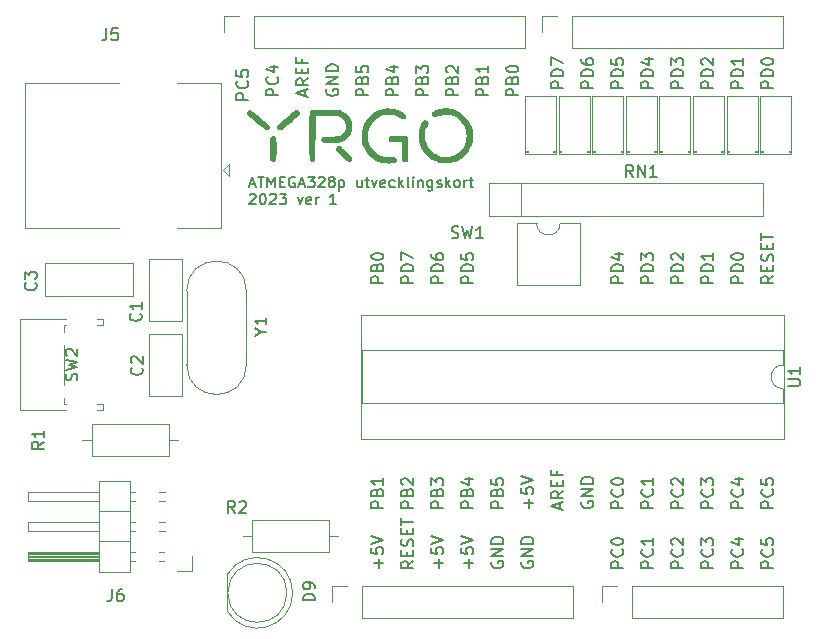
<source format=gbr>
%TF.GenerationSoftware,KiCad,Pcbnew,7.0.5*%
%TF.CreationDate,2023-11-13T21:41:29+01:00*%
%TF.ProjectId,atmega328p_dev_board,61746d65-6761-4333-9238-705f6465765f,rev?*%
%TF.SameCoordinates,Original*%
%TF.FileFunction,Legend,Top*%
%TF.FilePolarity,Positive*%
%FSLAX46Y46*%
G04 Gerber Fmt 4.6, Leading zero omitted, Abs format (unit mm)*
G04 Created by KiCad (PCBNEW 7.0.5) date 2023-11-13 21:41:29*
%MOMM*%
%LPD*%
G01*
G04 APERTURE LIST*
%ADD10C,0.150000*%
%ADD11C,0.120000*%
G04 APERTURE END LIST*
D10*
X151304819Y-94583220D02*
X150304819Y-94583220D01*
X150304819Y-94583220D02*
X150304819Y-94202268D01*
X150304819Y-94202268D02*
X150352438Y-94107030D01*
X150352438Y-94107030D02*
X150400057Y-94059411D01*
X150400057Y-94059411D02*
X150495295Y-94011792D01*
X150495295Y-94011792D02*
X150638152Y-94011792D01*
X150638152Y-94011792D02*
X150733390Y-94059411D01*
X150733390Y-94059411D02*
X150781009Y-94107030D01*
X150781009Y-94107030D02*
X150828628Y-94202268D01*
X150828628Y-94202268D02*
X150828628Y-94583220D01*
X151209580Y-93011792D02*
X151257200Y-93059411D01*
X151257200Y-93059411D02*
X151304819Y-93202268D01*
X151304819Y-93202268D02*
X151304819Y-93297506D01*
X151304819Y-93297506D02*
X151257200Y-93440363D01*
X151257200Y-93440363D02*
X151161961Y-93535601D01*
X151161961Y-93535601D02*
X151066723Y-93583220D01*
X151066723Y-93583220D02*
X150876247Y-93630839D01*
X150876247Y-93630839D02*
X150733390Y-93630839D01*
X150733390Y-93630839D02*
X150542914Y-93583220D01*
X150542914Y-93583220D02*
X150447676Y-93535601D01*
X150447676Y-93535601D02*
X150352438Y-93440363D01*
X150352438Y-93440363D02*
X150304819Y-93297506D01*
X150304819Y-93297506D02*
X150304819Y-93202268D01*
X150304819Y-93202268D02*
X150352438Y-93059411D01*
X150352438Y-93059411D02*
X150400057Y-93011792D01*
X150304819Y-92392744D02*
X150304819Y-92297506D01*
X150304819Y-92297506D02*
X150352438Y-92202268D01*
X150352438Y-92202268D02*
X150400057Y-92154649D01*
X150400057Y-92154649D02*
X150495295Y-92107030D01*
X150495295Y-92107030D02*
X150685771Y-92059411D01*
X150685771Y-92059411D02*
X150923866Y-92059411D01*
X150923866Y-92059411D02*
X151114342Y-92107030D01*
X151114342Y-92107030D02*
X151209580Y-92154649D01*
X151209580Y-92154649D02*
X151257200Y-92202268D01*
X151257200Y-92202268D02*
X151304819Y-92297506D01*
X151304819Y-92297506D02*
X151304819Y-92392744D01*
X151304819Y-92392744D02*
X151257200Y-92487982D01*
X151257200Y-92487982D02*
X151209580Y-92535601D01*
X151209580Y-92535601D02*
X151114342Y-92583220D01*
X151114342Y-92583220D02*
X150923866Y-92630839D01*
X150923866Y-92630839D02*
X150685771Y-92630839D01*
X150685771Y-92630839D02*
X150495295Y-92583220D01*
X150495295Y-92583220D02*
X150400057Y-92535601D01*
X150400057Y-92535601D02*
X150352438Y-92487982D01*
X150352438Y-92487982D02*
X150304819Y-92392744D01*
X153844819Y-94583220D02*
X152844819Y-94583220D01*
X152844819Y-94583220D02*
X152844819Y-94202268D01*
X152844819Y-94202268D02*
X152892438Y-94107030D01*
X152892438Y-94107030D02*
X152940057Y-94059411D01*
X152940057Y-94059411D02*
X153035295Y-94011792D01*
X153035295Y-94011792D02*
X153178152Y-94011792D01*
X153178152Y-94011792D02*
X153273390Y-94059411D01*
X153273390Y-94059411D02*
X153321009Y-94107030D01*
X153321009Y-94107030D02*
X153368628Y-94202268D01*
X153368628Y-94202268D02*
X153368628Y-94583220D01*
X153749580Y-93011792D02*
X153797200Y-93059411D01*
X153797200Y-93059411D02*
X153844819Y-93202268D01*
X153844819Y-93202268D02*
X153844819Y-93297506D01*
X153844819Y-93297506D02*
X153797200Y-93440363D01*
X153797200Y-93440363D02*
X153701961Y-93535601D01*
X153701961Y-93535601D02*
X153606723Y-93583220D01*
X153606723Y-93583220D02*
X153416247Y-93630839D01*
X153416247Y-93630839D02*
X153273390Y-93630839D01*
X153273390Y-93630839D02*
X153082914Y-93583220D01*
X153082914Y-93583220D02*
X152987676Y-93535601D01*
X152987676Y-93535601D02*
X152892438Y-93440363D01*
X152892438Y-93440363D02*
X152844819Y-93297506D01*
X152844819Y-93297506D02*
X152844819Y-93202268D01*
X152844819Y-93202268D02*
X152892438Y-93059411D01*
X152892438Y-93059411D02*
X152940057Y-93011792D01*
X153844819Y-92059411D02*
X153844819Y-92630839D01*
X153844819Y-92345125D02*
X152844819Y-92345125D01*
X152844819Y-92345125D02*
X152987676Y-92440363D01*
X152987676Y-92440363D02*
X153082914Y-92535601D01*
X153082914Y-92535601D02*
X153130533Y-92630839D01*
X145939104Y-89550839D02*
X145939104Y-89074649D01*
X146224819Y-89646077D02*
X145224819Y-89312744D01*
X145224819Y-89312744D02*
X146224819Y-88979411D01*
X146224819Y-88074649D02*
X145748628Y-88407982D01*
X146224819Y-88646077D02*
X145224819Y-88646077D01*
X145224819Y-88646077D02*
X145224819Y-88265125D01*
X145224819Y-88265125D02*
X145272438Y-88169887D01*
X145272438Y-88169887D02*
X145320057Y-88122268D01*
X145320057Y-88122268D02*
X145415295Y-88074649D01*
X145415295Y-88074649D02*
X145558152Y-88074649D01*
X145558152Y-88074649D02*
X145653390Y-88122268D01*
X145653390Y-88122268D02*
X145701009Y-88169887D01*
X145701009Y-88169887D02*
X145748628Y-88265125D01*
X145748628Y-88265125D02*
X145748628Y-88646077D01*
X145701009Y-87646077D02*
X145701009Y-87312744D01*
X146224819Y-87169887D02*
X146224819Y-87646077D01*
X146224819Y-87646077D02*
X145224819Y-87646077D01*
X145224819Y-87646077D02*
X145224819Y-87169887D01*
X145701009Y-86407982D02*
X145701009Y-86741315D01*
X146224819Y-86741315D02*
X145224819Y-86741315D01*
X145224819Y-86741315D02*
X145224819Y-86265125D01*
X138223866Y-94583220D02*
X138223866Y-93821316D01*
X138604819Y-94202268D02*
X137842914Y-94202268D01*
X137604819Y-92868935D02*
X137604819Y-93345125D01*
X137604819Y-93345125D02*
X138081009Y-93392744D01*
X138081009Y-93392744D02*
X138033390Y-93345125D01*
X138033390Y-93345125D02*
X137985771Y-93249887D01*
X137985771Y-93249887D02*
X137985771Y-93011792D01*
X137985771Y-93011792D02*
X138033390Y-92916554D01*
X138033390Y-92916554D02*
X138081009Y-92868935D01*
X138081009Y-92868935D02*
X138176247Y-92821316D01*
X138176247Y-92821316D02*
X138414342Y-92821316D01*
X138414342Y-92821316D02*
X138509580Y-92868935D01*
X138509580Y-92868935D02*
X138557200Y-92916554D01*
X138557200Y-92916554D02*
X138604819Y-93011792D01*
X138604819Y-93011792D02*
X138604819Y-93249887D01*
X138604819Y-93249887D02*
X138557200Y-93345125D01*
X138557200Y-93345125D02*
X138509580Y-93392744D01*
X137604819Y-92535601D02*
X138604819Y-92202268D01*
X138604819Y-92202268D02*
X137604819Y-91868935D01*
X164004819Y-94583220D02*
X163004819Y-94583220D01*
X163004819Y-94583220D02*
X163004819Y-94202268D01*
X163004819Y-94202268D02*
X163052438Y-94107030D01*
X163052438Y-94107030D02*
X163100057Y-94059411D01*
X163100057Y-94059411D02*
X163195295Y-94011792D01*
X163195295Y-94011792D02*
X163338152Y-94011792D01*
X163338152Y-94011792D02*
X163433390Y-94059411D01*
X163433390Y-94059411D02*
X163481009Y-94107030D01*
X163481009Y-94107030D02*
X163528628Y-94202268D01*
X163528628Y-94202268D02*
X163528628Y-94583220D01*
X163909580Y-93011792D02*
X163957200Y-93059411D01*
X163957200Y-93059411D02*
X164004819Y-93202268D01*
X164004819Y-93202268D02*
X164004819Y-93297506D01*
X164004819Y-93297506D02*
X163957200Y-93440363D01*
X163957200Y-93440363D02*
X163861961Y-93535601D01*
X163861961Y-93535601D02*
X163766723Y-93583220D01*
X163766723Y-93583220D02*
X163576247Y-93630839D01*
X163576247Y-93630839D02*
X163433390Y-93630839D01*
X163433390Y-93630839D02*
X163242914Y-93583220D01*
X163242914Y-93583220D02*
X163147676Y-93535601D01*
X163147676Y-93535601D02*
X163052438Y-93440363D01*
X163052438Y-93440363D02*
X163004819Y-93297506D01*
X163004819Y-93297506D02*
X163004819Y-93202268D01*
X163004819Y-93202268D02*
X163052438Y-93059411D01*
X163052438Y-93059411D02*
X163100057Y-93011792D01*
X163004819Y-92107030D02*
X163004819Y-92583220D01*
X163004819Y-92583220D02*
X163481009Y-92630839D01*
X163481009Y-92630839D02*
X163433390Y-92583220D01*
X163433390Y-92583220D02*
X163385771Y-92487982D01*
X163385771Y-92487982D02*
X163385771Y-92249887D01*
X163385771Y-92249887D02*
X163433390Y-92154649D01*
X163433390Y-92154649D02*
X163481009Y-92107030D01*
X163481009Y-92107030D02*
X163576247Y-92059411D01*
X163576247Y-92059411D02*
X163814342Y-92059411D01*
X163814342Y-92059411D02*
X163909580Y-92107030D01*
X163909580Y-92107030D02*
X163957200Y-92154649D01*
X163957200Y-92154649D02*
X164004819Y-92249887D01*
X164004819Y-92249887D02*
X164004819Y-92487982D01*
X164004819Y-92487982D02*
X163957200Y-92583220D01*
X163957200Y-92583220D02*
X163909580Y-92630839D01*
X136064819Y-70453220D02*
X135064819Y-70453220D01*
X135064819Y-70453220D02*
X135064819Y-70072268D01*
X135064819Y-70072268D02*
X135112438Y-69977030D01*
X135112438Y-69977030D02*
X135160057Y-69929411D01*
X135160057Y-69929411D02*
X135255295Y-69881792D01*
X135255295Y-69881792D02*
X135398152Y-69881792D01*
X135398152Y-69881792D02*
X135493390Y-69929411D01*
X135493390Y-69929411D02*
X135541009Y-69977030D01*
X135541009Y-69977030D02*
X135588628Y-70072268D01*
X135588628Y-70072268D02*
X135588628Y-70453220D01*
X136064819Y-69453220D02*
X135064819Y-69453220D01*
X135064819Y-69453220D02*
X135064819Y-69215125D01*
X135064819Y-69215125D02*
X135112438Y-69072268D01*
X135112438Y-69072268D02*
X135207676Y-68977030D01*
X135207676Y-68977030D02*
X135302914Y-68929411D01*
X135302914Y-68929411D02*
X135493390Y-68881792D01*
X135493390Y-68881792D02*
X135636247Y-68881792D01*
X135636247Y-68881792D02*
X135826723Y-68929411D01*
X135826723Y-68929411D02*
X135921961Y-68977030D01*
X135921961Y-68977030D02*
X136017200Y-69072268D01*
X136017200Y-69072268D02*
X136064819Y-69215125D01*
X136064819Y-69215125D02*
X136064819Y-69453220D01*
X135064819Y-68024649D02*
X135064819Y-68215125D01*
X135064819Y-68215125D02*
X135112438Y-68310363D01*
X135112438Y-68310363D02*
X135160057Y-68357982D01*
X135160057Y-68357982D02*
X135302914Y-68453220D01*
X135302914Y-68453220D02*
X135493390Y-68500839D01*
X135493390Y-68500839D02*
X135874342Y-68500839D01*
X135874342Y-68500839D02*
X135969580Y-68453220D01*
X135969580Y-68453220D02*
X136017200Y-68405601D01*
X136017200Y-68405601D02*
X136064819Y-68310363D01*
X136064819Y-68310363D02*
X136064819Y-68119887D01*
X136064819Y-68119887D02*
X136017200Y-68024649D01*
X136017200Y-68024649D02*
X135969580Y-67977030D01*
X135969580Y-67977030D02*
X135874342Y-67929411D01*
X135874342Y-67929411D02*
X135636247Y-67929411D01*
X135636247Y-67929411D02*
X135541009Y-67977030D01*
X135541009Y-67977030D02*
X135493390Y-68024649D01*
X135493390Y-68024649D02*
X135445771Y-68119887D01*
X135445771Y-68119887D02*
X135445771Y-68310363D01*
X135445771Y-68310363D02*
X135493390Y-68405601D01*
X135493390Y-68405601D02*
X135541009Y-68453220D01*
X135541009Y-68453220D02*
X135636247Y-68500839D01*
X134794819Y-54578220D02*
X133794819Y-54578220D01*
X133794819Y-54578220D02*
X133794819Y-54197268D01*
X133794819Y-54197268D02*
X133842438Y-54102030D01*
X133842438Y-54102030D02*
X133890057Y-54054411D01*
X133890057Y-54054411D02*
X133985295Y-54006792D01*
X133985295Y-54006792D02*
X134128152Y-54006792D01*
X134128152Y-54006792D02*
X134223390Y-54054411D01*
X134223390Y-54054411D02*
X134271009Y-54102030D01*
X134271009Y-54102030D02*
X134318628Y-54197268D01*
X134318628Y-54197268D02*
X134318628Y-54578220D01*
X134271009Y-53244887D02*
X134318628Y-53102030D01*
X134318628Y-53102030D02*
X134366247Y-53054411D01*
X134366247Y-53054411D02*
X134461485Y-53006792D01*
X134461485Y-53006792D02*
X134604342Y-53006792D01*
X134604342Y-53006792D02*
X134699580Y-53054411D01*
X134699580Y-53054411D02*
X134747200Y-53102030D01*
X134747200Y-53102030D02*
X134794819Y-53197268D01*
X134794819Y-53197268D02*
X134794819Y-53578220D01*
X134794819Y-53578220D02*
X133794819Y-53578220D01*
X133794819Y-53578220D02*
X133794819Y-53244887D01*
X133794819Y-53244887D02*
X133842438Y-53149649D01*
X133842438Y-53149649D02*
X133890057Y-53102030D01*
X133890057Y-53102030D02*
X133985295Y-53054411D01*
X133985295Y-53054411D02*
X134080533Y-53054411D01*
X134080533Y-53054411D02*
X134175771Y-53102030D01*
X134175771Y-53102030D02*
X134223390Y-53149649D01*
X134223390Y-53149649D02*
X134271009Y-53244887D01*
X134271009Y-53244887D02*
X134271009Y-53578220D01*
X133794819Y-52673458D02*
X133794819Y-52054411D01*
X133794819Y-52054411D02*
X134175771Y-52387744D01*
X134175771Y-52387744D02*
X134175771Y-52244887D01*
X134175771Y-52244887D02*
X134223390Y-52149649D01*
X134223390Y-52149649D02*
X134271009Y-52102030D01*
X134271009Y-52102030D02*
X134366247Y-52054411D01*
X134366247Y-52054411D02*
X134604342Y-52054411D01*
X134604342Y-52054411D02*
X134699580Y-52102030D01*
X134699580Y-52102030D02*
X134747200Y-52149649D01*
X134747200Y-52149649D02*
X134794819Y-52244887D01*
X134794819Y-52244887D02*
X134794819Y-52530601D01*
X134794819Y-52530601D02*
X134747200Y-52625839D01*
X134747200Y-52625839D02*
X134699580Y-52673458D01*
X133524819Y-70453220D02*
X132524819Y-70453220D01*
X132524819Y-70453220D02*
X132524819Y-70072268D01*
X132524819Y-70072268D02*
X132572438Y-69977030D01*
X132572438Y-69977030D02*
X132620057Y-69929411D01*
X132620057Y-69929411D02*
X132715295Y-69881792D01*
X132715295Y-69881792D02*
X132858152Y-69881792D01*
X132858152Y-69881792D02*
X132953390Y-69929411D01*
X132953390Y-69929411D02*
X133001009Y-69977030D01*
X133001009Y-69977030D02*
X133048628Y-70072268D01*
X133048628Y-70072268D02*
X133048628Y-70453220D01*
X133524819Y-69453220D02*
X132524819Y-69453220D01*
X132524819Y-69453220D02*
X132524819Y-69215125D01*
X132524819Y-69215125D02*
X132572438Y-69072268D01*
X132572438Y-69072268D02*
X132667676Y-68977030D01*
X132667676Y-68977030D02*
X132762914Y-68929411D01*
X132762914Y-68929411D02*
X132953390Y-68881792D01*
X132953390Y-68881792D02*
X133096247Y-68881792D01*
X133096247Y-68881792D02*
X133286723Y-68929411D01*
X133286723Y-68929411D02*
X133381961Y-68977030D01*
X133381961Y-68977030D02*
X133477200Y-69072268D01*
X133477200Y-69072268D02*
X133524819Y-69215125D01*
X133524819Y-69215125D02*
X133524819Y-69453220D01*
X132524819Y-68548458D02*
X132524819Y-67881792D01*
X132524819Y-67881792D02*
X133524819Y-68310363D01*
X164004819Y-89503220D02*
X163004819Y-89503220D01*
X163004819Y-89503220D02*
X163004819Y-89122268D01*
X163004819Y-89122268D02*
X163052438Y-89027030D01*
X163052438Y-89027030D02*
X163100057Y-88979411D01*
X163100057Y-88979411D02*
X163195295Y-88931792D01*
X163195295Y-88931792D02*
X163338152Y-88931792D01*
X163338152Y-88931792D02*
X163433390Y-88979411D01*
X163433390Y-88979411D02*
X163481009Y-89027030D01*
X163481009Y-89027030D02*
X163528628Y-89122268D01*
X163528628Y-89122268D02*
X163528628Y-89503220D01*
X163909580Y-87931792D02*
X163957200Y-87979411D01*
X163957200Y-87979411D02*
X164004819Y-88122268D01*
X164004819Y-88122268D02*
X164004819Y-88217506D01*
X164004819Y-88217506D02*
X163957200Y-88360363D01*
X163957200Y-88360363D02*
X163861961Y-88455601D01*
X163861961Y-88455601D02*
X163766723Y-88503220D01*
X163766723Y-88503220D02*
X163576247Y-88550839D01*
X163576247Y-88550839D02*
X163433390Y-88550839D01*
X163433390Y-88550839D02*
X163242914Y-88503220D01*
X163242914Y-88503220D02*
X163147676Y-88455601D01*
X163147676Y-88455601D02*
X163052438Y-88360363D01*
X163052438Y-88360363D02*
X163004819Y-88217506D01*
X163004819Y-88217506D02*
X163004819Y-88122268D01*
X163004819Y-88122268D02*
X163052438Y-87979411D01*
X163052438Y-87979411D02*
X163100057Y-87931792D01*
X163004819Y-87027030D02*
X163004819Y-87503220D01*
X163004819Y-87503220D02*
X163481009Y-87550839D01*
X163481009Y-87550839D02*
X163433390Y-87503220D01*
X163433390Y-87503220D02*
X163385771Y-87407982D01*
X163385771Y-87407982D02*
X163385771Y-87169887D01*
X163385771Y-87169887D02*
X163433390Y-87074649D01*
X163433390Y-87074649D02*
X163481009Y-87027030D01*
X163481009Y-87027030D02*
X163576247Y-86979411D01*
X163576247Y-86979411D02*
X163814342Y-86979411D01*
X163814342Y-86979411D02*
X163909580Y-87027030D01*
X163909580Y-87027030D02*
X163957200Y-87074649D01*
X163957200Y-87074649D02*
X164004819Y-87169887D01*
X164004819Y-87169887D02*
X164004819Y-87407982D01*
X164004819Y-87407982D02*
X163957200Y-87503220D01*
X163957200Y-87503220D02*
X163909580Y-87550839D01*
X158924819Y-94583220D02*
X157924819Y-94583220D01*
X157924819Y-94583220D02*
X157924819Y-94202268D01*
X157924819Y-94202268D02*
X157972438Y-94107030D01*
X157972438Y-94107030D02*
X158020057Y-94059411D01*
X158020057Y-94059411D02*
X158115295Y-94011792D01*
X158115295Y-94011792D02*
X158258152Y-94011792D01*
X158258152Y-94011792D02*
X158353390Y-94059411D01*
X158353390Y-94059411D02*
X158401009Y-94107030D01*
X158401009Y-94107030D02*
X158448628Y-94202268D01*
X158448628Y-94202268D02*
X158448628Y-94583220D01*
X158829580Y-93011792D02*
X158877200Y-93059411D01*
X158877200Y-93059411D02*
X158924819Y-93202268D01*
X158924819Y-93202268D02*
X158924819Y-93297506D01*
X158924819Y-93297506D02*
X158877200Y-93440363D01*
X158877200Y-93440363D02*
X158781961Y-93535601D01*
X158781961Y-93535601D02*
X158686723Y-93583220D01*
X158686723Y-93583220D02*
X158496247Y-93630839D01*
X158496247Y-93630839D02*
X158353390Y-93630839D01*
X158353390Y-93630839D02*
X158162914Y-93583220D01*
X158162914Y-93583220D02*
X158067676Y-93535601D01*
X158067676Y-93535601D02*
X157972438Y-93440363D01*
X157972438Y-93440363D02*
X157924819Y-93297506D01*
X157924819Y-93297506D02*
X157924819Y-93202268D01*
X157924819Y-93202268D02*
X157972438Y-93059411D01*
X157972438Y-93059411D02*
X158020057Y-93011792D01*
X157924819Y-92678458D02*
X157924819Y-92059411D01*
X157924819Y-92059411D02*
X158305771Y-92392744D01*
X158305771Y-92392744D02*
X158305771Y-92249887D01*
X158305771Y-92249887D02*
X158353390Y-92154649D01*
X158353390Y-92154649D02*
X158401009Y-92107030D01*
X158401009Y-92107030D02*
X158496247Y-92059411D01*
X158496247Y-92059411D02*
X158734342Y-92059411D01*
X158734342Y-92059411D02*
X158829580Y-92107030D01*
X158829580Y-92107030D02*
X158877200Y-92154649D01*
X158877200Y-92154649D02*
X158924819Y-92249887D01*
X158924819Y-92249887D02*
X158924819Y-92535601D01*
X158924819Y-92535601D02*
X158877200Y-92630839D01*
X158877200Y-92630839D02*
X158829580Y-92678458D01*
X119554819Y-54933820D02*
X118554819Y-54933820D01*
X118554819Y-54933820D02*
X118554819Y-54552868D01*
X118554819Y-54552868D02*
X118602438Y-54457630D01*
X118602438Y-54457630D02*
X118650057Y-54410011D01*
X118650057Y-54410011D02*
X118745295Y-54362392D01*
X118745295Y-54362392D02*
X118888152Y-54362392D01*
X118888152Y-54362392D02*
X118983390Y-54410011D01*
X118983390Y-54410011D02*
X119031009Y-54457630D01*
X119031009Y-54457630D02*
X119078628Y-54552868D01*
X119078628Y-54552868D02*
X119078628Y-54933820D01*
X119459580Y-53362392D02*
X119507200Y-53410011D01*
X119507200Y-53410011D02*
X119554819Y-53552868D01*
X119554819Y-53552868D02*
X119554819Y-53648106D01*
X119554819Y-53648106D02*
X119507200Y-53790963D01*
X119507200Y-53790963D02*
X119411961Y-53886201D01*
X119411961Y-53886201D02*
X119316723Y-53933820D01*
X119316723Y-53933820D02*
X119126247Y-53981439D01*
X119126247Y-53981439D02*
X118983390Y-53981439D01*
X118983390Y-53981439D02*
X118792914Y-53933820D01*
X118792914Y-53933820D02*
X118697676Y-53886201D01*
X118697676Y-53886201D02*
X118602438Y-53790963D01*
X118602438Y-53790963D02*
X118554819Y-53648106D01*
X118554819Y-53648106D02*
X118554819Y-53552868D01*
X118554819Y-53552868D02*
X118602438Y-53410011D01*
X118602438Y-53410011D02*
X118650057Y-53362392D01*
X118554819Y-52457630D02*
X118554819Y-52933820D01*
X118554819Y-52933820D02*
X119031009Y-52981439D01*
X119031009Y-52981439D02*
X118983390Y-52933820D01*
X118983390Y-52933820D02*
X118935771Y-52838582D01*
X118935771Y-52838582D02*
X118935771Y-52600487D01*
X118935771Y-52600487D02*
X118983390Y-52505249D01*
X118983390Y-52505249D02*
X119031009Y-52457630D01*
X119031009Y-52457630D02*
X119126247Y-52410011D01*
X119126247Y-52410011D02*
X119364342Y-52410011D01*
X119364342Y-52410011D02*
X119459580Y-52457630D01*
X119459580Y-52457630D02*
X119507200Y-52505249D01*
X119507200Y-52505249D02*
X119554819Y-52600487D01*
X119554819Y-52600487D02*
X119554819Y-52838582D01*
X119554819Y-52838582D02*
X119507200Y-52933820D01*
X119507200Y-52933820D02*
X119459580Y-52981439D01*
X133524819Y-89503220D02*
X132524819Y-89503220D01*
X132524819Y-89503220D02*
X132524819Y-89122268D01*
X132524819Y-89122268D02*
X132572438Y-89027030D01*
X132572438Y-89027030D02*
X132620057Y-88979411D01*
X132620057Y-88979411D02*
X132715295Y-88931792D01*
X132715295Y-88931792D02*
X132858152Y-88931792D01*
X132858152Y-88931792D02*
X132953390Y-88979411D01*
X132953390Y-88979411D02*
X133001009Y-89027030D01*
X133001009Y-89027030D02*
X133048628Y-89122268D01*
X133048628Y-89122268D02*
X133048628Y-89503220D01*
X133001009Y-88169887D02*
X133048628Y-88027030D01*
X133048628Y-88027030D02*
X133096247Y-87979411D01*
X133096247Y-87979411D02*
X133191485Y-87931792D01*
X133191485Y-87931792D02*
X133334342Y-87931792D01*
X133334342Y-87931792D02*
X133429580Y-87979411D01*
X133429580Y-87979411D02*
X133477200Y-88027030D01*
X133477200Y-88027030D02*
X133524819Y-88122268D01*
X133524819Y-88122268D02*
X133524819Y-88503220D01*
X133524819Y-88503220D02*
X132524819Y-88503220D01*
X132524819Y-88503220D02*
X132524819Y-88169887D01*
X132524819Y-88169887D02*
X132572438Y-88074649D01*
X132572438Y-88074649D02*
X132620057Y-88027030D01*
X132620057Y-88027030D02*
X132715295Y-87979411D01*
X132715295Y-87979411D02*
X132810533Y-87979411D01*
X132810533Y-87979411D02*
X132905771Y-88027030D01*
X132905771Y-88027030D02*
X132953390Y-88074649D01*
X132953390Y-88074649D02*
X133001009Y-88169887D01*
X133001009Y-88169887D02*
X133001009Y-88503220D01*
X132620057Y-87550839D02*
X132572438Y-87503220D01*
X132572438Y-87503220D02*
X132524819Y-87407982D01*
X132524819Y-87407982D02*
X132524819Y-87169887D01*
X132524819Y-87169887D02*
X132572438Y-87074649D01*
X132572438Y-87074649D02*
X132620057Y-87027030D01*
X132620057Y-87027030D02*
X132715295Y-86979411D01*
X132715295Y-86979411D02*
X132810533Y-86979411D01*
X132810533Y-86979411D02*
X132953390Y-87027030D01*
X132953390Y-87027030D02*
X133524819Y-87598458D01*
X133524819Y-87598458D02*
X133524819Y-86979411D01*
X136064819Y-89503220D02*
X135064819Y-89503220D01*
X135064819Y-89503220D02*
X135064819Y-89122268D01*
X135064819Y-89122268D02*
X135112438Y-89027030D01*
X135112438Y-89027030D02*
X135160057Y-88979411D01*
X135160057Y-88979411D02*
X135255295Y-88931792D01*
X135255295Y-88931792D02*
X135398152Y-88931792D01*
X135398152Y-88931792D02*
X135493390Y-88979411D01*
X135493390Y-88979411D02*
X135541009Y-89027030D01*
X135541009Y-89027030D02*
X135588628Y-89122268D01*
X135588628Y-89122268D02*
X135588628Y-89503220D01*
X135541009Y-88169887D02*
X135588628Y-88027030D01*
X135588628Y-88027030D02*
X135636247Y-87979411D01*
X135636247Y-87979411D02*
X135731485Y-87931792D01*
X135731485Y-87931792D02*
X135874342Y-87931792D01*
X135874342Y-87931792D02*
X135969580Y-87979411D01*
X135969580Y-87979411D02*
X136017200Y-88027030D01*
X136017200Y-88027030D02*
X136064819Y-88122268D01*
X136064819Y-88122268D02*
X136064819Y-88503220D01*
X136064819Y-88503220D02*
X135064819Y-88503220D01*
X135064819Y-88503220D02*
X135064819Y-88169887D01*
X135064819Y-88169887D02*
X135112438Y-88074649D01*
X135112438Y-88074649D02*
X135160057Y-88027030D01*
X135160057Y-88027030D02*
X135255295Y-87979411D01*
X135255295Y-87979411D02*
X135350533Y-87979411D01*
X135350533Y-87979411D02*
X135445771Y-88027030D01*
X135445771Y-88027030D02*
X135493390Y-88074649D01*
X135493390Y-88074649D02*
X135541009Y-88169887D01*
X135541009Y-88169887D02*
X135541009Y-88503220D01*
X135064819Y-87598458D02*
X135064819Y-86979411D01*
X135064819Y-86979411D02*
X135445771Y-87312744D01*
X135445771Y-87312744D02*
X135445771Y-87169887D01*
X135445771Y-87169887D02*
X135493390Y-87074649D01*
X135493390Y-87074649D02*
X135541009Y-87027030D01*
X135541009Y-87027030D02*
X135636247Y-86979411D01*
X135636247Y-86979411D02*
X135874342Y-86979411D01*
X135874342Y-86979411D02*
X135969580Y-87027030D01*
X135969580Y-87027030D02*
X136017200Y-87074649D01*
X136017200Y-87074649D02*
X136064819Y-87169887D01*
X136064819Y-87169887D02*
X136064819Y-87455601D01*
X136064819Y-87455601D02*
X136017200Y-87550839D01*
X136017200Y-87550839D02*
X135969580Y-87598458D01*
X156384819Y-53943220D02*
X155384819Y-53943220D01*
X155384819Y-53943220D02*
X155384819Y-53562268D01*
X155384819Y-53562268D02*
X155432438Y-53467030D01*
X155432438Y-53467030D02*
X155480057Y-53419411D01*
X155480057Y-53419411D02*
X155575295Y-53371792D01*
X155575295Y-53371792D02*
X155718152Y-53371792D01*
X155718152Y-53371792D02*
X155813390Y-53419411D01*
X155813390Y-53419411D02*
X155861009Y-53467030D01*
X155861009Y-53467030D02*
X155908628Y-53562268D01*
X155908628Y-53562268D02*
X155908628Y-53943220D01*
X156384819Y-52943220D02*
X155384819Y-52943220D01*
X155384819Y-52943220D02*
X155384819Y-52705125D01*
X155384819Y-52705125D02*
X155432438Y-52562268D01*
X155432438Y-52562268D02*
X155527676Y-52467030D01*
X155527676Y-52467030D02*
X155622914Y-52419411D01*
X155622914Y-52419411D02*
X155813390Y-52371792D01*
X155813390Y-52371792D02*
X155956247Y-52371792D01*
X155956247Y-52371792D02*
X156146723Y-52419411D01*
X156146723Y-52419411D02*
X156241961Y-52467030D01*
X156241961Y-52467030D02*
X156337200Y-52562268D01*
X156337200Y-52562268D02*
X156384819Y-52705125D01*
X156384819Y-52705125D02*
X156384819Y-52943220D01*
X155384819Y-52038458D02*
X155384819Y-51419411D01*
X155384819Y-51419411D02*
X155765771Y-51752744D01*
X155765771Y-51752744D02*
X155765771Y-51609887D01*
X155765771Y-51609887D02*
X155813390Y-51514649D01*
X155813390Y-51514649D02*
X155861009Y-51467030D01*
X155861009Y-51467030D02*
X155956247Y-51419411D01*
X155956247Y-51419411D02*
X156194342Y-51419411D01*
X156194342Y-51419411D02*
X156289580Y-51467030D01*
X156289580Y-51467030D02*
X156337200Y-51514649D01*
X156337200Y-51514649D02*
X156384819Y-51609887D01*
X156384819Y-51609887D02*
X156384819Y-51895601D01*
X156384819Y-51895601D02*
X156337200Y-51990839D01*
X156337200Y-51990839D02*
X156289580Y-52038458D01*
X153844819Y-70453220D02*
X152844819Y-70453220D01*
X152844819Y-70453220D02*
X152844819Y-70072268D01*
X152844819Y-70072268D02*
X152892438Y-69977030D01*
X152892438Y-69977030D02*
X152940057Y-69929411D01*
X152940057Y-69929411D02*
X153035295Y-69881792D01*
X153035295Y-69881792D02*
X153178152Y-69881792D01*
X153178152Y-69881792D02*
X153273390Y-69929411D01*
X153273390Y-69929411D02*
X153321009Y-69977030D01*
X153321009Y-69977030D02*
X153368628Y-70072268D01*
X153368628Y-70072268D02*
X153368628Y-70453220D01*
X153844819Y-69453220D02*
X152844819Y-69453220D01*
X152844819Y-69453220D02*
X152844819Y-69215125D01*
X152844819Y-69215125D02*
X152892438Y-69072268D01*
X152892438Y-69072268D02*
X152987676Y-68977030D01*
X152987676Y-68977030D02*
X153082914Y-68929411D01*
X153082914Y-68929411D02*
X153273390Y-68881792D01*
X153273390Y-68881792D02*
X153416247Y-68881792D01*
X153416247Y-68881792D02*
X153606723Y-68929411D01*
X153606723Y-68929411D02*
X153701961Y-68977030D01*
X153701961Y-68977030D02*
X153797200Y-69072268D01*
X153797200Y-69072268D02*
X153844819Y-69215125D01*
X153844819Y-69215125D02*
X153844819Y-69453220D01*
X152844819Y-68548458D02*
X152844819Y-67929411D01*
X152844819Y-67929411D02*
X153225771Y-68262744D01*
X153225771Y-68262744D02*
X153225771Y-68119887D01*
X153225771Y-68119887D02*
X153273390Y-68024649D01*
X153273390Y-68024649D02*
X153321009Y-67977030D01*
X153321009Y-67977030D02*
X153416247Y-67929411D01*
X153416247Y-67929411D02*
X153654342Y-67929411D01*
X153654342Y-67929411D02*
X153749580Y-67977030D01*
X153749580Y-67977030D02*
X153797200Y-68024649D01*
X153797200Y-68024649D02*
X153844819Y-68119887D01*
X153844819Y-68119887D02*
X153844819Y-68405601D01*
X153844819Y-68405601D02*
X153797200Y-68500839D01*
X153797200Y-68500839D02*
X153749580Y-68548458D01*
X141144819Y-89503220D02*
X140144819Y-89503220D01*
X140144819Y-89503220D02*
X140144819Y-89122268D01*
X140144819Y-89122268D02*
X140192438Y-89027030D01*
X140192438Y-89027030D02*
X140240057Y-88979411D01*
X140240057Y-88979411D02*
X140335295Y-88931792D01*
X140335295Y-88931792D02*
X140478152Y-88931792D01*
X140478152Y-88931792D02*
X140573390Y-88979411D01*
X140573390Y-88979411D02*
X140621009Y-89027030D01*
X140621009Y-89027030D02*
X140668628Y-89122268D01*
X140668628Y-89122268D02*
X140668628Y-89503220D01*
X140621009Y-88169887D02*
X140668628Y-88027030D01*
X140668628Y-88027030D02*
X140716247Y-87979411D01*
X140716247Y-87979411D02*
X140811485Y-87931792D01*
X140811485Y-87931792D02*
X140954342Y-87931792D01*
X140954342Y-87931792D02*
X141049580Y-87979411D01*
X141049580Y-87979411D02*
X141097200Y-88027030D01*
X141097200Y-88027030D02*
X141144819Y-88122268D01*
X141144819Y-88122268D02*
X141144819Y-88503220D01*
X141144819Y-88503220D02*
X140144819Y-88503220D01*
X140144819Y-88503220D02*
X140144819Y-88169887D01*
X140144819Y-88169887D02*
X140192438Y-88074649D01*
X140192438Y-88074649D02*
X140240057Y-88027030D01*
X140240057Y-88027030D02*
X140335295Y-87979411D01*
X140335295Y-87979411D02*
X140430533Y-87979411D01*
X140430533Y-87979411D02*
X140525771Y-88027030D01*
X140525771Y-88027030D02*
X140573390Y-88074649D01*
X140573390Y-88074649D02*
X140621009Y-88169887D01*
X140621009Y-88169887D02*
X140621009Y-88503220D01*
X140144819Y-87027030D02*
X140144819Y-87503220D01*
X140144819Y-87503220D02*
X140621009Y-87550839D01*
X140621009Y-87550839D02*
X140573390Y-87503220D01*
X140573390Y-87503220D02*
X140525771Y-87407982D01*
X140525771Y-87407982D02*
X140525771Y-87169887D01*
X140525771Y-87169887D02*
X140573390Y-87074649D01*
X140573390Y-87074649D02*
X140621009Y-87027030D01*
X140621009Y-87027030D02*
X140716247Y-86979411D01*
X140716247Y-86979411D02*
X140954342Y-86979411D01*
X140954342Y-86979411D02*
X141049580Y-87027030D01*
X141049580Y-87027030D02*
X141097200Y-87074649D01*
X141097200Y-87074649D02*
X141144819Y-87169887D01*
X141144819Y-87169887D02*
X141144819Y-87407982D01*
X141144819Y-87407982D02*
X141097200Y-87503220D01*
X141097200Y-87503220D02*
X141049580Y-87550839D01*
X129714819Y-54578220D02*
X128714819Y-54578220D01*
X128714819Y-54578220D02*
X128714819Y-54197268D01*
X128714819Y-54197268D02*
X128762438Y-54102030D01*
X128762438Y-54102030D02*
X128810057Y-54054411D01*
X128810057Y-54054411D02*
X128905295Y-54006792D01*
X128905295Y-54006792D02*
X129048152Y-54006792D01*
X129048152Y-54006792D02*
X129143390Y-54054411D01*
X129143390Y-54054411D02*
X129191009Y-54102030D01*
X129191009Y-54102030D02*
X129238628Y-54197268D01*
X129238628Y-54197268D02*
X129238628Y-54578220D01*
X129191009Y-53244887D02*
X129238628Y-53102030D01*
X129238628Y-53102030D02*
X129286247Y-53054411D01*
X129286247Y-53054411D02*
X129381485Y-53006792D01*
X129381485Y-53006792D02*
X129524342Y-53006792D01*
X129524342Y-53006792D02*
X129619580Y-53054411D01*
X129619580Y-53054411D02*
X129667200Y-53102030D01*
X129667200Y-53102030D02*
X129714819Y-53197268D01*
X129714819Y-53197268D02*
X129714819Y-53578220D01*
X129714819Y-53578220D02*
X128714819Y-53578220D01*
X128714819Y-53578220D02*
X128714819Y-53244887D01*
X128714819Y-53244887D02*
X128762438Y-53149649D01*
X128762438Y-53149649D02*
X128810057Y-53102030D01*
X128810057Y-53102030D02*
X128905295Y-53054411D01*
X128905295Y-53054411D02*
X129000533Y-53054411D01*
X129000533Y-53054411D02*
X129095771Y-53102030D01*
X129095771Y-53102030D02*
X129143390Y-53149649D01*
X129143390Y-53149649D02*
X129191009Y-53244887D01*
X129191009Y-53244887D02*
X129191009Y-53578220D01*
X128714819Y-52102030D02*
X128714819Y-52578220D01*
X128714819Y-52578220D02*
X129191009Y-52625839D01*
X129191009Y-52625839D02*
X129143390Y-52578220D01*
X129143390Y-52578220D02*
X129095771Y-52482982D01*
X129095771Y-52482982D02*
X129095771Y-52244887D01*
X129095771Y-52244887D02*
X129143390Y-52149649D01*
X129143390Y-52149649D02*
X129191009Y-52102030D01*
X129191009Y-52102030D02*
X129286247Y-52054411D01*
X129286247Y-52054411D02*
X129524342Y-52054411D01*
X129524342Y-52054411D02*
X129619580Y-52102030D01*
X129619580Y-52102030D02*
X129667200Y-52149649D01*
X129667200Y-52149649D02*
X129714819Y-52244887D01*
X129714819Y-52244887D02*
X129714819Y-52482982D01*
X129714819Y-52482982D02*
X129667200Y-52578220D01*
X129667200Y-52578220D02*
X129619580Y-52625839D01*
X130603866Y-94583220D02*
X130603866Y-93821316D01*
X130984819Y-94202268D02*
X130222914Y-94202268D01*
X129984819Y-92868935D02*
X129984819Y-93345125D01*
X129984819Y-93345125D02*
X130461009Y-93392744D01*
X130461009Y-93392744D02*
X130413390Y-93345125D01*
X130413390Y-93345125D02*
X130365771Y-93249887D01*
X130365771Y-93249887D02*
X130365771Y-93011792D01*
X130365771Y-93011792D02*
X130413390Y-92916554D01*
X130413390Y-92916554D02*
X130461009Y-92868935D01*
X130461009Y-92868935D02*
X130556247Y-92821316D01*
X130556247Y-92821316D02*
X130794342Y-92821316D01*
X130794342Y-92821316D02*
X130889580Y-92868935D01*
X130889580Y-92868935D02*
X130937200Y-92916554D01*
X130937200Y-92916554D02*
X130984819Y-93011792D01*
X130984819Y-93011792D02*
X130984819Y-93249887D01*
X130984819Y-93249887D02*
X130937200Y-93345125D01*
X130937200Y-93345125D02*
X130889580Y-93392744D01*
X129984819Y-92535601D02*
X130984819Y-92202268D01*
X130984819Y-92202268D02*
X129984819Y-91868935D01*
X158924819Y-70453220D02*
X157924819Y-70453220D01*
X157924819Y-70453220D02*
X157924819Y-70072268D01*
X157924819Y-70072268D02*
X157972438Y-69977030D01*
X157972438Y-69977030D02*
X158020057Y-69929411D01*
X158020057Y-69929411D02*
X158115295Y-69881792D01*
X158115295Y-69881792D02*
X158258152Y-69881792D01*
X158258152Y-69881792D02*
X158353390Y-69929411D01*
X158353390Y-69929411D02*
X158401009Y-69977030D01*
X158401009Y-69977030D02*
X158448628Y-70072268D01*
X158448628Y-70072268D02*
X158448628Y-70453220D01*
X158924819Y-69453220D02*
X157924819Y-69453220D01*
X157924819Y-69453220D02*
X157924819Y-69215125D01*
X157924819Y-69215125D02*
X157972438Y-69072268D01*
X157972438Y-69072268D02*
X158067676Y-68977030D01*
X158067676Y-68977030D02*
X158162914Y-68929411D01*
X158162914Y-68929411D02*
X158353390Y-68881792D01*
X158353390Y-68881792D02*
X158496247Y-68881792D01*
X158496247Y-68881792D02*
X158686723Y-68929411D01*
X158686723Y-68929411D02*
X158781961Y-68977030D01*
X158781961Y-68977030D02*
X158877200Y-69072268D01*
X158877200Y-69072268D02*
X158924819Y-69215125D01*
X158924819Y-69215125D02*
X158924819Y-69453220D01*
X158924819Y-67929411D02*
X158924819Y-68500839D01*
X158924819Y-68215125D02*
X157924819Y-68215125D01*
X157924819Y-68215125D02*
X158067676Y-68310363D01*
X158067676Y-68310363D02*
X158162914Y-68405601D01*
X158162914Y-68405601D02*
X158210533Y-68500839D01*
X138604819Y-70453220D02*
X137604819Y-70453220D01*
X137604819Y-70453220D02*
X137604819Y-70072268D01*
X137604819Y-70072268D02*
X137652438Y-69977030D01*
X137652438Y-69977030D02*
X137700057Y-69929411D01*
X137700057Y-69929411D02*
X137795295Y-69881792D01*
X137795295Y-69881792D02*
X137938152Y-69881792D01*
X137938152Y-69881792D02*
X138033390Y-69929411D01*
X138033390Y-69929411D02*
X138081009Y-69977030D01*
X138081009Y-69977030D02*
X138128628Y-70072268D01*
X138128628Y-70072268D02*
X138128628Y-70453220D01*
X138604819Y-69453220D02*
X137604819Y-69453220D01*
X137604819Y-69453220D02*
X137604819Y-69215125D01*
X137604819Y-69215125D02*
X137652438Y-69072268D01*
X137652438Y-69072268D02*
X137747676Y-68977030D01*
X137747676Y-68977030D02*
X137842914Y-68929411D01*
X137842914Y-68929411D02*
X138033390Y-68881792D01*
X138033390Y-68881792D02*
X138176247Y-68881792D01*
X138176247Y-68881792D02*
X138366723Y-68929411D01*
X138366723Y-68929411D02*
X138461961Y-68977030D01*
X138461961Y-68977030D02*
X138557200Y-69072268D01*
X138557200Y-69072268D02*
X138604819Y-69215125D01*
X138604819Y-69215125D02*
X138604819Y-69453220D01*
X137604819Y-67977030D02*
X137604819Y-68453220D01*
X137604819Y-68453220D02*
X138081009Y-68500839D01*
X138081009Y-68500839D02*
X138033390Y-68453220D01*
X138033390Y-68453220D02*
X137985771Y-68357982D01*
X137985771Y-68357982D02*
X137985771Y-68119887D01*
X137985771Y-68119887D02*
X138033390Y-68024649D01*
X138033390Y-68024649D02*
X138081009Y-67977030D01*
X138081009Y-67977030D02*
X138176247Y-67929411D01*
X138176247Y-67929411D02*
X138414342Y-67929411D01*
X138414342Y-67929411D02*
X138509580Y-67977030D01*
X138509580Y-67977030D02*
X138557200Y-68024649D01*
X138557200Y-68024649D02*
X138604819Y-68119887D01*
X138604819Y-68119887D02*
X138604819Y-68357982D01*
X138604819Y-68357982D02*
X138557200Y-68453220D01*
X138557200Y-68453220D02*
X138509580Y-68500839D01*
X146224819Y-53943220D02*
X145224819Y-53943220D01*
X145224819Y-53943220D02*
X145224819Y-53562268D01*
X145224819Y-53562268D02*
X145272438Y-53467030D01*
X145272438Y-53467030D02*
X145320057Y-53419411D01*
X145320057Y-53419411D02*
X145415295Y-53371792D01*
X145415295Y-53371792D02*
X145558152Y-53371792D01*
X145558152Y-53371792D02*
X145653390Y-53419411D01*
X145653390Y-53419411D02*
X145701009Y-53467030D01*
X145701009Y-53467030D02*
X145748628Y-53562268D01*
X145748628Y-53562268D02*
X145748628Y-53943220D01*
X146224819Y-52943220D02*
X145224819Y-52943220D01*
X145224819Y-52943220D02*
X145224819Y-52705125D01*
X145224819Y-52705125D02*
X145272438Y-52562268D01*
X145272438Y-52562268D02*
X145367676Y-52467030D01*
X145367676Y-52467030D02*
X145462914Y-52419411D01*
X145462914Y-52419411D02*
X145653390Y-52371792D01*
X145653390Y-52371792D02*
X145796247Y-52371792D01*
X145796247Y-52371792D02*
X145986723Y-52419411D01*
X145986723Y-52419411D02*
X146081961Y-52467030D01*
X146081961Y-52467030D02*
X146177200Y-52562268D01*
X146177200Y-52562268D02*
X146224819Y-52705125D01*
X146224819Y-52705125D02*
X146224819Y-52943220D01*
X145224819Y-52038458D02*
X145224819Y-51371792D01*
X145224819Y-51371792D02*
X146224819Y-51800363D01*
X119675712Y-62107914D02*
X120104284Y-62107914D01*
X119589998Y-62365057D02*
X119889998Y-61465057D01*
X119889998Y-61465057D02*
X120189998Y-62365057D01*
X120361427Y-61465057D02*
X120875713Y-61465057D01*
X120618570Y-62365057D02*
X120618570Y-61465057D01*
X121175712Y-62365057D02*
X121175712Y-61465057D01*
X121175712Y-61465057D02*
X121475712Y-62107914D01*
X121475712Y-62107914D02*
X121775712Y-61465057D01*
X121775712Y-61465057D02*
X121775712Y-62365057D01*
X122204283Y-61893628D02*
X122504283Y-61893628D01*
X122632855Y-62365057D02*
X122204283Y-62365057D01*
X122204283Y-62365057D02*
X122204283Y-61465057D01*
X122204283Y-61465057D02*
X122632855Y-61465057D01*
X123489998Y-61507914D02*
X123404284Y-61465057D01*
X123404284Y-61465057D02*
X123275712Y-61465057D01*
X123275712Y-61465057D02*
X123147141Y-61507914D01*
X123147141Y-61507914D02*
X123061426Y-61593628D01*
X123061426Y-61593628D02*
X123018569Y-61679342D01*
X123018569Y-61679342D02*
X122975712Y-61850771D01*
X122975712Y-61850771D02*
X122975712Y-61979342D01*
X122975712Y-61979342D02*
X123018569Y-62150771D01*
X123018569Y-62150771D02*
X123061426Y-62236485D01*
X123061426Y-62236485D02*
X123147141Y-62322200D01*
X123147141Y-62322200D02*
X123275712Y-62365057D01*
X123275712Y-62365057D02*
X123361426Y-62365057D01*
X123361426Y-62365057D02*
X123489998Y-62322200D01*
X123489998Y-62322200D02*
X123532855Y-62279342D01*
X123532855Y-62279342D02*
X123532855Y-61979342D01*
X123532855Y-61979342D02*
X123361426Y-61979342D01*
X123875712Y-62107914D02*
X124304284Y-62107914D01*
X123789998Y-62365057D02*
X124089998Y-61465057D01*
X124089998Y-61465057D02*
X124389998Y-62365057D01*
X124604284Y-61465057D02*
X125161427Y-61465057D01*
X125161427Y-61465057D02*
X124861427Y-61807914D01*
X124861427Y-61807914D02*
X124989998Y-61807914D01*
X124989998Y-61807914D02*
X125075713Y-61850771D01*
X125075713Y-61850771D02*
X125118570Y-61893628D01*
X125118570Y-61893628D02*
X125161427Y-61979342D01*
X125161427Y-61979342D02*
X125161427Y-62193628D01*
X125161427Y-62193628D02*
X125118570Y-62279342D01*
X125118570Y-62279342D02*
X125075713Y-62322200D01*
X125075713Y-62322200D02*
X124989998Y-62365057D01*
X124989998Y-62365057D02*
X124732855Y-62365057D01*
X124732855Y-62365057D02*
X124647141Y-62322200D01*
X124647141Y-62322200D02*
X124604284Y-62279342D01*
X125504284Y-61550771D02*
X125547141Y-61507914D01*
X125547141Y-61507914D02*
X125632856Y-61465057D01*
X125632856Y-61465057D02*
X125847141Y-61465057D01*
X125847141Y-61465057D02*
X125932856Y-61507914D01*
X125932856Y-61507914D02*
X125975713Y-61550771D01*
X125975713Y-61550771D02*
X126018570Y-61636485D01*
X126018570Y-61636485D02*
X126018570Y-61722200D01*
X126018570Y-61722200D02*
X125975713Y-61850771D01*
X125975713Y-61850771D02*
X125461427Y-62365057D01*
X125461427Y-62365057D02*
X126018570Y-62365057D01*
X126532856Y-61850771D02*
X126447141Y-61807914D01*
X126447141Y-61807914D02*
X126404284Y-61765057D01*
X126404284Y-61765057D02*
X126361427Y-61679342D01*
X126361427Y-61679342D02*
X126361427Y-61636485D01*
X126361427Y-61636485D02*
X126404284Y-61550771D01*
X126404284Y-61550771D02*
X126447141Y-61507914D01*
X126447141Y-61507914D02*
X126532856Y-61465057D01*
X126532856Y-61465057D02*
X126704284Y-61465057D01*
X126704284Y-61465057D02*
X126789999Y-61507914D01*
X126789999Y-61507914D02*
X126832856Y-61550771D01*
X126832856Y-61550771D02*
X126875713Y-61636485D01*
X126875713Y-61636485D02*
X126875713Y-61679342D01*
X126875713Y-61679342D02*
X126832856Y-61765057D01*
X126832856Y-61765057D02*
X126789999Y-61807914D01*
X126789999Y-61807914D02*
X126704284Y-61850771D01*
X126704284Y-61850771D02*
X126532856Y-61850771D01*
X126532856Y-61850771D02*
X126447141Y-61893628D01*
X126447141Y-61893628D02*
X126404284Y-61936485D01*
X126404284Y-61936485D02*
X126361427Y-62022200D01*
X126361427Y-62022200D02*
X126361427Y-62193628D01*
X126361427Y-62193628D02*
X126404284Y-62279342D01*
X126404284Y-62279342D02*
X126447141Y-62322200D01*
X126447141Y-62322200D02*
X126532856Y-62365057D01*
X126532856Y-62365057D02*
X126704284Y-62365057D01*
X126704284Y-62365057D02*
X126789999Y-62322200D01*
X126789999Y-62322200D02*
X126832856Y-62279342D01*
X126832856Y-62279342D02*
X126875713Y-62193628D01*
X126875713Y-62193628D02*
X126875713Y-62022200D01*
X126875713Y-62022200D02*
X126832856Y-61936485D01*
X126832856Y-61936485D02*
X126789999Y-61893628D01*
X126789999Y-61893628D02*
X126704284Y-61850771D01*
X127261427Y-61765057D02*
X127261427Y-62665057D01*
X127261427Y-61807914D02*
X127347142Y-61765057D01*
X127347142Y-61765057D02*
X127518570Y-61765057D01*
X127518570Y-61765057D02*
X127604284Y-61807914D01*
X127604284Y-61807914D02*
X127647142Y-61850771D01*
X127647142Y-61850771D02*
X127689999Y-61936485D01*
X127689999Y-61936485D02*
X127689999Y-62193628D01*
X127689999Y-62193628D02*
X127647142Y-62279342D01*
X127647142Y-62279342D02*
X127604284Y-62322200D01*
X127604284Y-62322200D02*
X127518570Y-62365057D01*
X127518570Y-62365057D02*
X127347142Y-62365057D01*
X127347142Y-62365057D02*
X127261427Y-62322200D01*
X129147142Y-61765057D02*
X129147142Y-62365057D01*
X128761427Y-61765057D02*
X128761427Y-62236485D01*
X128761427Y-62236485D02*
X128804284Y-62322200D01*
X128804284Y-62322200D02*
X128889999Y-62365057D01*
X128889999Y-62365057D02*
X129018570Y-62365057D01*
X129018570Y-62365057D02*
X129104284Y-62322200D01*
X129104284Y-62322200D02*
X129147142Y-62279342D01*
X129447142Y-61765057D02*
X129789999Y-61765057D01*
X129575713Y-61465057D02*
X129575713Y-62236485D01*
X129575713Y-62236485D02*
X129618570Y-62322200D01*
X129618570Y-62322200D02*
X129704285Y-62365057D01*
X129704285Y-62365057D02*
X129789999Y-62365057D01*
X130004285Y-61765057D02*
X130218571Y-62365057D01*
X130218571Y-62365057D02*
X130432856Y-61765057D01*
X131118570Y-62322200D02*
X131032856Y-62365057D01*
X131032856Y-62365057D02*
X130861428Y-62365057D01*
X130861428Y-62365057D02*
X130775713Y-62322200D01*
X130775713Y-62322200D02*
X130732856Y-62236485D01*
X130732856Y-62236485D02*
X130732856Y-61893628D01*
X130732856Y-61893628D02*
X130775713Y-61807914D01*
X130775713Y-61807914D02*
X130861428Y-61765057D01*
X130861428Y-61765057D02*
X131032856Y-61765057D01*
X131032856Y-61765057D02*
X131118570Y-61807914D01*
X131118570Y-61807914D02*
X131161428Y-61893628D01*
X131161428Y-61893628D02*
X131161428Y-61979342D01*
X131161428Y-61979342D02*
X130732856Y-62065057D01*
X131932857Y-62322200D02*
X131847142Y-62365057D01*
X131847142Y-62365057D02*
X131675714Y-62365057D01*
X131675714Y-62365057D02*
X131589999Y-62322200D01*
X131589999Y-62322200D02*
X131547142Y-62279342D01*
X131547142Y-62279342D02*
X131504285Y-62193628D01*
X131504285Y-62193628D02*
X131504285Y-61936485D01*
X131504285Y-61936485D02*
X131547142Y-61850771D01*
X131547142Y-61850771D02*
X131589999Y-61807914D01*
X131589999Y-61807914D02*
X131675714Y-61765057D01*
X131675714Y-61765057D02*
X131847142Y-61765057D01*
X131847142Y-61765057D02*
X131932857Y-61807914D01*
X132318571Y-62365057D02*
X132318571Y-61465057D01*
X132404286Y-62022200D02*
X132661428Y-62365057D01*
X132661428Y-61765057D02*
X132318571Y-62107914D01*
X133175714Y-62365057D02*
X133089999Y-62322200D01*
X133089999Y-62322200D02*
X133047142Y-62236485D01*
X133047142Y-62236485D02*
X133047142Y-61465057D01*
X133518571Y-62365057D02*
X133518571Y-61765057D01*
X133518571Y-61465057D02*
X133475714Y-61507914D01*
X133475714Y-61507914D02*
X133518571Y-61550771D01*
X133518571Y-61550771D02*
X133561428Y-61507914D01*
X133561428Y-61507914D02*
X133518571Y-61465057D01*
X133518571Y-61465057D02*
X133518571Y-61550771D01*
X133947142Y-61765057D02*
X133947142Y-62365057D01*
X133947142Y-61850771D02*
X133989999Y-61807914D01*
X133989999Y-61807914D02*
X134075714Y-61765057D01*
X134075714Y-61765057D02*
X134204285Y-61765057D01*
X134204285Y-61765057D02*
X134289999Y-61807914D01*
X134289999Y-61807914D02*
X134332857Y-61893628D01*
X134332857Y-61893628D02*
X134332857Y-62365057D01*
X135147143Y-61765057D02*
X135147143Y-62493628D01*
X135147143Y-62493628D02*
X135104285Y-62579342D01*
X135104285Y-62579342D02*
X135061428Y-62622200D01*
X135061428Y-62622200D02*
X134975714Y-62665057D01*
X134975714Y-62665057D02*
X134847143Y-62665057D01*
X134847143Y-62665057D02*
X134761428Y-62622200D01*
X135147143Y-62322200D02*
X135061428Y-62365057D01*
X135061428Y-62365057D02*
X134890000Y-62365057D01*
X134890000Y-62365057D02*
X134804285Y-62322200D01*
X134804285Y-62322200D02*
X134761428Y-62279342D01*
X134761428Y-62279342D02*
X134718571Y-62193628D01*
X134718571Y-62193628D02*
X134718571Y-61936485D01*
X134718571Y-61936485D02*
X134761428Y-61850771D01*
X134761428Y-61850771D02*
X134804285Y-61807914D01*
X134804285Y-61807914D02*
X134890000Y-61765057D01*
X134890000Y-61765057D02*
X135061428Y-61765057D01*
X135061428Y-61765057D02*
X135147143Y-61807914D01*
X135532857Y-62322200D02*
X135618571Y-62365057D01*
X135618571Y-62365057D02*
X135790000Y-62365057D01*
X135790000Y-62365057D02*
X135875714Y-62322200D01*
X135875714Y-62322200D02*
X135918571Y-62236485D01*
X135918571Y-62236485D02*
X135918571Y-62193628D01*
X135918571Y-62193628D02*
X135875714Y-62107914D01*
X135875714Y-62107914D02*
X135790000Y-62065057D01*
X135790000Y-62065057D02*
X135661429Y-62065057D01*
X135661429Y-62065057D02*
X135575714Y-62022200D01*
X135575714Y-62022200D02*
X135532857Y-61936485D01*
X135532857Y-61936485D02*
X135532857Y-61893628D01*
X135532857Y-61893628D02*
X135575714Y-61807914D01*
X135575714Y-61807914D02*
X135661429Y-61765057D01*
X135661429Y-61765057D02*
X135790000Y-61765057D01*
X135790000Y-61765057D02*
X135875714Y-61807914D01*
X136304285Y-62365057D02*
X136304285Y-61465057D01*
X136390000Y-62022200D02*
X136647142Y-62365057D01*
X136647142Y-61765057D02*
X136304285Y-62107914D01*
X137161428Y-62365057D02*
X137075713Y-62322200D01*
X137075713Y-62322200D02*
X137032856Y-62279342D01*
X137032856Y-62279342D02*
X136989999Y-62193628D01*
X136989999Y-62193628D02*
X136989999Y-61936485D01*
X136989999Y-61936485D02*
X137032856Y-61850771D01*
X137032856Y-61850771D02*
X137075713Y-61807914D01*
X137075713Y-61807914D02*
X137161428Y-61765057D01*
X137161428Y-61765057D02*
X137289999Y-61765057D01*
X137289999Y-61765057D02*
X137375713Y-61807914D01*
X137375713Y-61807914D02*
X137418571Y-61850771D01*
X137418571Y-61850771D02*
X137461428Y-61936485D01*
X137461428Y-61936485D02*
X137461428Y-62193628D01*
X137461428Y-62193628D02*
X137418571Y-62279342D01*
X137418571Y-62279342D02*
X137375713Y-62322200D01*
X137375713Y-62322200D02*
X137289999Y-62365057D01*
X137289999Y-62365057D02*
X137161428Y-62365057D01*
X137847142Y-62365057D02*
X137847142Y-61765057D01*
X137847142Y-61936485D02*
X137889999Y-61850771D01*
X137889999Y-61850771D02*
X137932857Y-61807914D01*
X137932857Y-61807914D02*
X138018571Y-61765057D01*
X138018571Y-61765057D02*
X138104285Y-61765057D01*
X138275714Y-61765057D02*
X138618571Y-61765057D01*
X138404285Y-61465057D02*
X138404285Y-62236485D01*
X138404285Y-62236485D02*
X138447142Y-62322200D01*
X138447142Y-62322200D02*
X138532857Y-62365057D01*
X138532857Y-62365057D02*
X138618571Y-62365057D01*
X119675712Y-62999771D02*
X119718569Y-62956914D01*
X119718569Y-62956914D02*
X119804284Y-62914057D01*
X119804284Y-62914057D02*
X120018569Y-62914057D01*
X120018569Y-62914057D02*
X120104284Y-62956914D01*
X120104284Y-62956914D02*
X120147141Y-62999771D01*
X120147141Y-62999771D02*
X120189998Y-63085485D01*
X120189998Y-63085485D02*
X120189998Y-63171200D01*
X120189998Y-63171200D02*
X120147141Y-63299771D01*
X120147141Y-63299771D02*
X119632855Y-63814057D01*
X119632855Y-63814057D02*
X120189998Y-63814057D01*
X120747141Y-62914057D02*
X120832855Y-62914057D01*
X120832855Y-62914057D02*
X120918569Y-62956914D01*
X120918569Y-62956914D02*
X120961427Y-62999771D01*
X120961427Y-62999771D02*
X121004284Y-63085485D01*
X121004284Y-63085485D02*
X121047141Y-63256914D01*
X121047141Y-63256914D02*
X121047141Y-63471200D01*
X121047141Y-63471200D02*
X121004284Y-63642628D01*
X121004284Y-63642628D02*
X120961427Y-63728342D01*
X120961427Y-63728342D02*
X120918569Y-63771200D01*
X120918569Y-63771200D02*
X120832855Y-63814057D01*
X120832855Y-63814057D02*
X120747141Y-63814057D01*
X120747141Y-63814057D02*
X120661427Y-63771200D01*
X120661427Y-63771200D02*
X120618569Y-63728342D01*
X120618569Y-63728342D02*
X120575712Y-63642628D01*
X120575712Y-63642628D02*
X120532855Y-63471200D01*
X120532855Y-63471200D02*
X120532855Y-63256914D01*
X120532855Y-63256914D02*
X120575712Y-63085485D01*
X120575712Y-63085485D02*
X120618569Y-62999771D01*
X120618569Y-62999771D02*
X120661427Y-62956914D01*
X120661427Y-62956914D02*
X120747141Y-62914057D01*
X121389998Y-62999771D02*
X121432855Y-62956914D01*
X121432855Y-62956914D02*
X121518570Y-62914057D01*
X121518570Y-62914057D02*
X121732855Y-62914057D01*
X121732855Y-62914057D02*
X121818570Y-62956914D01*
X121818570Y-62956914D02*
X121861427Y-62999771D01*
X121861427Y-62999771D02*
X121904284Y-63085485D01*
X121904284Y-63085485D02*
X121904284Y-63171200D01*
X121904284Y-63171200D02*
X121861427Y-63299771D01*
X121861427Y-63299771D02*
X121347141Y-63814057D01*
X121347141Y-63814057D02*
X121904284Y-63814057D01*
X122204284Y-62914057D02*
X122761427Y-62914057D01*
X122761427Y-62914057D02*
X122461427Y-63256914D01*
X122461427Y-63256914D02*
X122589998Y-63256914D01*
X122589998Y-63256914D02*
X122675713Y-63299771D01*
X122675713Y-63299771D02*
X122718570Y-63342628D01*
X122718570Y-63342628D02*
X122761427Y-63428342D01*
X122761427Y-63428342D02*
X122761427Y-63642628D01*
X122761427Y-63642628D02*
X122718570Y-63728342D01*
X122718570Y-63728342D02*
X122675713Y-63771200D01*
X122675713Y-63771200D02*
X122589998Y-63814057D01*
X122589998Y-63814057D02*
X122332855Y-63814057D01*
X122332855Y-63814057D02*
X122247141Y-63771200D01*
X122247141Y-63771200D02*
X122204284Y-63728342D01*
X123747141Y-63214057D02*
X123961427Y-63814057D01*
X123961427Y-63814057D02*
X124175712Y-63214057D01*
X124861426Y-63771200D02*
X124775712Y-63814057D01*
X124775712Y-63814057D02*
X124604284Y-63814057D01*
X124604284Y-63814057D02*
X124518569Y-63771200D01*
X124518569Y-63771200D02*
X124475712Y-63685485D01*
X124475712Y-63685485D02*
X124475712Y-63342628D01*
X124475712Y-63342628D02*
X124518569Y-63256914D01*
X124518569Y-63256914D02*
X124604284Y-63214057D01*
X124604284Y-63214057D02*
X124775712Y-63214057D01*
X124775712Y-63214057D02*
X124861426Y-63256914D01*
X124861426Y-63256914D02*
X124904284Y-63342628D01*
X124904284Y-63342628D02*
X124904284Y-63428342D01*
X124904284Y-63428342D02*
X124475712Y-63514057D01*
X125289998Y-63814057D02*
X125289998Y-63214057D01*
X125289998Y-63385485D02*
X125332855Y-63299771D01*
X125332855Y-63299771D02*
X125375713Y-63256914D01*
X125375713Y-63256914D02*
X125461427Y-63214057D01*
X125461427Y-63214057D02*
X125547141Y-63214057D01*
X127004284Y-63814057D02*
X126489998Y-63814057D01*
X126747141Y-63814057D02*
X126747141Y-62914057D01*
X126747141Y-62914057D02*
X126661427Y-63042628D01*
X126661427Y-63042628D02*
X126575712Y-63128342D01*
X126575712Y-63128342D02*
X126489998Y-63171200D01*
X124349104Y-54625839D02*
X124349104Y-54149649D01*
X124634819Y-54721077D02*
X123634819Y-54387744D01*
X123634819Y-54387744D02*
X124634819Y-54054411D01*
X124634819Y-53149649D02*
X124158628Y-53482982D01*
X124634819Y-53721077D02*
X123634819Y-53721077D01*
X123634819Y-53721077D02*
X123634819Y-53340125D01*
X123634819Y-53340125D02*
X123682438Y-53244887D01*
X123682438Y-53244887D02*
X123730057Y-53197268D01*
X123730057Y-53197268D02*
X123825295Y-53149649D01*
X123825295Y-53149649D02*
X123968152Y-53149649D01*
X123968152Y-53149649D02*
X124063390Y-53197268D01*
X124063390Y-53197268D02*
X124111009Y-53244887D01*
X124111009Y-53244887D02*
X124158628Y-53340125D01*
X124158628Y-53340125D02*
X124158628Y-53721077D01*
X124111009Y-52721077D02*
X124111009Y-52387744D01*
X124634819Y-52244887D02*
X124634819Y-52721077D01*
X124634819Y-52721077D02*
X123634819Y-52721077D01*
X123634819Y-52721077D02*
X123634819Y-52244887D01*
X124111009Y-51482982D02*
X124111009Y-51816315D01*
X124634819Y-51816315D02*
X123634819Y-51816315D01*
X123634819Y-51816315D02*
X123634819Y-51340125D01*
X139874819Y-54578220D02*
X138874819Y-54578220D01*
X138874819Y-54578220D02*
X138874819Y-54197268D01*
X138874819Y-54197268D02*
X138922438Y-54102030D01*
X138922438Y-54102030D02*
X138970057Y-54054411D01*
X138970057Y-54054411D02*
X139065295Y-54006792D01*
X139065295Y-54006792D02*
X139208152Y-54006792D01*
X139208152Y-54006792D02*
X139303390Y-54054411D01*
X139303390Y-54054411D02*
X139351009Y-54102030D01*
X139351009Y-54102030D02*
X139398628Y-54197268D01*
X139398628Y-54197268D02*
X139398628Y-54578220D01*
X139351009Y-53244887D02*
X139398628Y-53102030D01*
X139398628Y-53102030D02*
X139446247Y-53054411D01*
X139446247Y-53054411D02*
X139541485Y-53006792D01*
X139541485Y-53006792D02*
X139684342Y-53006792D01*
X139684342Y-53006792D02*
X139779580Y-53054411D01*
X139779580Y-53054411D02*
X139827200Y-53102030D01*
X139827200Y-53102030D02*
X139874819Y-53197268D01*
X139874819Y-53197268D02*
X139874819Y-53578220D01*
X139874819Y-53578220D02*
X138874819Y-53578220D01*
X138874819Y-53578220D02*
X138874819Y-53244887D01*
X138874819Y-53244887D02*
X138922438Y-53149649D01*
X138922438Y-53149649D02*
X138970057Y-53102030D01*
X138970057Y-53102030D02*
X139065295Y-53054411D01*
X139065295Y-53054411D02*
X139160533Y-53054411D01*
X139160533Y-53054411D02*
X139255771Y-53102030D01*
X139255771Y-53102030D02*
X139303390Y-53149649D01*
X139303390Y-53149649D02*
X139351009Y-53244887D01*
X139351009Y-53244887D02*
X139351009Y-53578220D01*
X139874819Y-52054411D02*
X139874819Y-52625839D01*
X139874819Y-52340125D02*
X138874819Y-52340125D01*
X138874819Y-52340125D02*
X139017676Y-52435363D01*
X139017676Y-52435363D02*
X139112914Y-52530601D01*
X139112914Y-52530601D02*
X139160533Y-52625839D01*
X140192438Y-94059411D02*
X140144819Y-94154649D01*
X140144819Y-94154649D02*
X140144819Y-94297506D01*
X140144819Y-94297506D02*
X140192438Y-94440363D01*
X140192438Y-94440363D02*
X140287676Y-94535601D01*
X140287676Y-94535601D02*
X140382914Y-94583220D01*
X140382914Y-94583220D02*
X140573390Y-94630839D01*
X140573390Y-94630839D02*
X140716247Y-94630839D01*
X140716247Y-94630839D02*
X140906723Y-94583220D01*
X140906723Y-94583220D02*
X141001961Y-94535601D01*
X141001961Y-94535601D02*
X141097200Y-94440363D01*
X141097200Y-94440363D02*
X141144819Y-94297506D01*
X141144819Y-94297506D02*
X141144819Y-94202268D01*
X141144819Y-94202268D02*
X141097200Y-94059411D01*
X141097200Y-94059411D02*
X141049580Y-94011792D01*
X141049580Y-94011792D02*
X140716247Y-94011792D01*
X140716247Y-94011792D02*
X140716247Y-94202268D01*
X141144819Y-93583220D02*
X140144819Y-93583220D01*
X140144819Y-93583220D02*
X141144819Y-93011792D01*
X141144819Y-93011792D02*
X140144819Y-93011792D01*
X141144819Y-92535601D02*
X140144819Y-92535601D01*
X140144819Y-92535601D02*
X140144819Y-92297506D01*
X140144819Y-92297506D02*
X140192438Y-92154649D01*
X140192438Y-92154649D02*
X140287676Y-92059411D01*
X140287676Y-92059411D02*
X140382914Y-92011792D01*
X140382914Y-92011792D02*
X140573390Y-91964173D01*
X140573390Y-91964173D02*
X140716247Y-91964173D01*
X140716247Y-91964173D02*
X140906723Y-92011792D01*
X140906723Y-92011792D02*
X141001961Y-92059411D01*
X141001961Y-92059411D02*
X141097200Y-92154649D01*
X141097200Y-92154649D02*
X141144819Y-92297506D01*
X141144819Y-92297506D02*
X141144819Y-92535601D01*
X151304819Y-53943220D02*
X150304819Y-53943220D01*
X150304819Y-53943220D02*
X150304819Y-53562268D01*
X150304819Y-53562268D02*
X150352438Y-53467030D01*
X150352438Y-53467030D02*
X150400057Y-53419411D01*
X150400057Y-53419411D02*
X150495295Y-53371792D01*
X150495295Y-53371792D02*
X150638152Y-53371792D01*
X150638152Y-53371792D02*
X150733390Y-53419411D01*
X150733390Y-53419411D02*
X150781009Y-53467030D01*
X150781009Y-53467030D02*
X150828628Y-53562268D01*
X150828628Y-53562268D02*
X150828628Y-53943220D01*
X151304819Y-52943220D02*
X150304819Y-52943220D01*
X150304819Y-52943220D02*
X150304819Y-52705125D01*
X150304819Y-52705125D02*
X150352438Y-52562268D01*
X150352438Y-52562268D02*
X150447676Y-52467030D01*
X150447676Y-52467030D02*
X150542914Y-52419411D01*
X150542914Y-52419411D02*
X150733390Y-52371792D01*
X150733390Y-52371792D02*
X150876247Y-52371792D01*
X150876247Y-52371792D02*
X151066723Y-52419411D01*
X151066723Y-52419411D02*
X151161961Y-52467030D01*
X151161961Y-52467030D02*
X151257200Y-52562268D01*
X151257200Y-52562268D02*
X151304819Y-52705125D01*
X151304819Y-52705125D02*
X151304819Y-52943220D01*
X150304819Y-51467030D02*
X150304819Y-51943220D01*
X150304819Y-51943220D02*
X150781009Y-51990839D01*
X150781009Y-51990839D02*
X150733390Y-51943220D01*
X150733390Y-51943220D02*
X150685771Y-51847982D01*
X150685771Y-51847982D02*
X150685771Y-51609887D01*
X150685771Y-51609887D02*
X150733390Y-51514649D01*
X150733390Y-51514649D02*
X150781009Y-51467030D01*
X150781009Y-51467030D02*
X150876247Y-51419411D01*
X150876247Y-51419411D02*
X151114342Y-51419411D01*
X151114342Y-51419411D02*
X151209580Y-51467030D01*
X151209580Y-51467030D02*
X151257200Y-51514649D01*
X151257200Y-51514649D02*
X151304819Y-51609887D01*
X151304819Y-51609887D02*
X151304819Y-51847982D01*
X151304819Y-51847982D02*
X151257200Y-51943220D01*
X151257200Y-51943220D02*
X151209580Y-51990839D01*
X161464819Y-94583220D02*
X160464819Y-94583220D01*
X160464819Y-94583220D02*
X160464819Y-94202268D01*
X160464819Y-94202268D02*
X160512438Y-94107030D01*
X160512438Y-94107030D02*
X160560057Y-94059411D01*
X160560057Y-94059411D02*
X160655295Y-94011792D01*
X160655295Y-94011792D02*
X160798152Y-94011792D01*
X160798152Y-94011792D02*
X160893390Y-94059411D01*
X160893390Y-94059411D02*
X160941009Y-94107030D01*
X160941009Y-94107030D02*
X160988628Y-94202268D01*
X160988628Y-94202268D02*
X160988628Y-94583220D01*
X161369580Y-93011792D02*
X161417200Y-93059411D01*
X161417200Y-93059411D02*
X161464819Y-93202268D01*
X161464819Y-93202268D02*
X161464819Y-93297506D01*
X161464819Y-93297506D02*
X161417200Y-93440363D01*
X161417200Y-93440363D02*
X161321961Y-93535601D01*
X161321961Y-93535601D02*
X161226723Y-93583220D01*
X161226723Y-93583220D02*
X161036247Y-93630839D01*
X161036247Y-93630839D02*
X160893390Y-93630839D01*
X160893390Y-93630839D02*
X160702914Y-93583220D01*
X160702914Y-93583220D02*
X160607676Y-93535601D01*
X160607676Y-93535601D02*
X160512438Y-93440363D01*
X160512438Y-93440363D02*
X160464819Y-93297506D01*
X160464819Y-93297506D02*
X160464819Y-93202268D01*
X160464819Y-93202268D02*
X160512438Y-93059411D01*
X160512438Y-93059411D02*
X160560057Y-93011792D01*
X160798152Y-92154649D02*
X161464819Y-92154649D01*
X160417200Y-92392744D02*
X161131485Y-92630839D01*
X161131485Y-92630839D02*
X161131485Y-92011792D01*
X130984819Y-89503220D02*
X129984819Y-89503220D01*
X129984819Y-89503220D02*
X129984819Y-89122268D01*
X129984819Y-89122268D02*
X130032438Y-89027030D01*
X130032438Y-89027030D02*
X130080057Y-88979411D01*
X130080057Y-88979411D02*
X130175295Y-88931792D01*
X130175295Y-88931792D02*
X130318152Y-88931792D01*
X130318152Y-88931792D02*
X130413390Y-88979411D01*
X130413390Y-88979411D02*
X130461009Y-89027030D01*
X130461009Y-89027030D02*
X130508628Y-89122268D01*
X130508628Y-89122268D02*
X130508628Y-89503220D01*
X130461009Y-88169887D02*
X130508628Y-88027030D01*
X130508628Y-88027030D02*
X130556247Y-87979411D01*
X130556247Y-87979411D02*
X130651485Y-87931792D01*
X130651485Y-87931792D02*
X130794342Y-87931792D01*
X130794342Y-87931792D02*
X130889580Y-87979411D01*
X130889580Y-87979411D02*
X130937200Y-88027030D01*
X130937200Y-88027030D02*
X130984819Y-88122268D01*
X130984819Y-88122268D02*
X130984819Y-88503220D01*
X130984819Y-88503220D02*
X129984819Y-88503220D01*
X129984819Y-88503220D02*
X129984819Y-88169887D01*
X129984819Y-88169887D02*
X130032438Y-88074649D01*
X130032438Y-88074649D02*
X130080057Y-88027030D01*
X130080057Y-88027030D02*
X130175295Y-87979411D01*
X130175295Y-87979411D02*
X130270533Y-87979411D01*
X130270533Y-87979411D02*
X130365771Y-88027030D01*
X130365771Y-88027030D02*
X130413390Y-88074649D01*
X130413390Y-88074649D02*
X130461009Y-88169887D01*
X130461009Y-88169887D02*
X130461009Y-88503220D01*
X130984819Y-86979411D02*
X130984819Y-87550839D01*
X130984819Y-87265125D02*
X129984819Y-87265125D01*
X129984819Y-87265125D02*
X130127676Y-87360363D01*
X130127676Y-87360363D02*
X130222914Y-87455601D01*
X130222914Y-87455601D02*
X130270533Y-87550839D01*
X126222438Y-54054411D02*
X126174819Y-54149649D01*
X126174819Y-54149649D02*
X126174819Y-54292506D01*
X126174819Y-54292506D02*
X126222438Y-54435363D01*
X126222438Y-54435363D02*
X126317676Y-54530601D01*
X126317676Y-54530601D02*
X126412914Y-54578220D01*
X126412914Y-54578220D02*
X126603390Y-54625839D01*
X126603390Y-54625839D02*
X126746247Y-54625839D01*
X126746247Y-54625839D02*
X126936723Y-54578220D01*
X126936723Y-54578220D02*
X127031961Y-54530601D01*
X127031961Y-54530601D02*
X127127200Y-54435363D01*
X127127200Y-54435363D02*
X127174819Y-54292506D01*
X127174819Y-54292506D02*
X127174819Y-54197268D01*
X127174819Y-54197268D02*
X127127200Y-54054411D01*
X127127200Y-54054411D02*
X127079580Y-54006792D01*
X127079580Y-54006792D02*
X126746247Y-54006792D01*
X126746247Y-54006792D02*
X126746247Y-54197268D01*
X127174819Y-53578220D02*
X126174819Y-53578220D01*
X126174819Y-53578220D02*
X127174819Y-53006792D01*
X127174819Y-53006792D02*
X126174819Y-53006792D01*
X127174819Y-52530601D02*
X126174819Y-52530601D01*
X126174819Y-52530601D02*
X126174819Y-52292506D01*
X126174819Y-52292506D02*
X126222438Y-52149649D01*
X126222438Y-52149649D02*
X126317676Y-52054411D01*
X126317676Y-52054411D02*
X126412914Y-52006792D01*
X126412914Y-52006792D02*
X126603390Y-51959173D01*
X126603390Y-51959173D02*
X126746247Y-51959173D01*
X126746247Y-51959173D02*
X126936723Y-52006792D01*
X126936723Y-52006792D02*
X127031961Y-52054411D01*
X127031961Y-52054411D02*
X127127200Y-52149649D01*
X127127200Y-52149649D02*
X127174819Y-52292506D01*
X127174819Y-52292506D02*
X127174819Y-52530601D01*
X143303866Y-89503220D02*
X143303866Y-88741316D01*
X143684819Y-89122268D02*
X142922914Y-89122268D01*
X142684819Y-87788935D02*
X142684819Y-88265125D01*
X142684819Y-88265125D02*
X143161009Y-88312744D01*
X143161009Y-88312744D02*
X143113390Y-88265125D01*
X143113390Y-88265125D02*
X143065771Y-88169887D01*
X143065771Y-88169887D02*
X143065771Y-87931792D01*
X143065771Y-87931792D02*
X143113390Y-87836554D01*
X143113390Y-87836554D02*
X143161009Y-87788935D01*
X143161009Y-87788935D02*
X143256247Y-87741316D01*
X143256247Y-87741316D02*
X143494342Y-87741316D01*
X143494342Y-87741316D02*
X143589580Y-87788935D01*
X143589580Y-87788935D02*
X143637200Y-87836554D01*
X143637200Y-87836554D02*
X143684819Y-87931792D01*
X143684819Y-87931792D02*
X143684819Y-88169887D01*
X143684819Y-88169887D02*
X143637200Y-88265125D01*
X143637200Y-88265125D02*
X143589580Y-88312744D01*
X142684819Y-87455601D02*
X143684819Y-87122268D01*
X143684819Y-87122268D02*
X142684819Y-86788935D01*
X156384819Y-89503220D02*
X155384819Y-89503220D01*
X155384819Y-89503220D02*
X155384819Y-89122268D01*
X155384819Y-89122268D02*
X155432438Y-89027030D01*
X155432438Y-89027030D02*
X155480057Y-88979411D01*
X155480057Y-88979411D02*
X155575295Y-88931792D01*
X155575295Y-88931792D02*
X155718152Y-88931792D01*
X155718152Y-88931792D02*
X155813390Y-88979411D01*
X155813390Y-88979411D02*
X155861009Y-89027030D01*
X155861009Y-89027030D02*
X155908628Y-89122268D01*
X155908628Y-89122268D02*
X155908628Y-89503220D01*
X156289580Y-87931792D02*
X156337200Y-87979411D01*
X156337200Y-87979411D02*
X156384819Y-88122268D01*
X156384819Y-88122268D02*
X156384819Y-88217506D01*
X156384819Y-88217506D02*
X156337200Y-88360363D01*
X156337200Y-88360363D02*
X156241961Y-88455601D01*
X156241961Y-88455601D02*
X156146723Y-88503220D01*
X156146723Y-88503220D02*
X155956247Y-88550839D01*
X155956247Y-88550839D02*
X155813390Y-88550839D01*
X155813390Y-88550839D02*
X155622914Y-88503220D01*
X155622914Y-88503220D02*
X155527676Y-88455601D01*
X155527676Y-88455601D02*
X155432438Y-88360363D01*
X155432438Y-88360363D02*
X155384819Y-88217506D01*
X155384819Y-88217506D02*
X155384819Y-88122268D01*
X155384819Y-88122268D02*
X155432438Y-87979411D01*
X155432438Y-87979411D02*
X155480057Y-87931792D01*
X155480057Y-87550839D02*
X155432438Y-87503220D01*
X155432438Y-87503220D02*
X155384819Y-87407982D01*
X155384819Y-87407982D02*
X155384819Y-87169887D01*
X155384819Y-87169887D02*
X155432438Y-87074649D01*
X155432438Y-87074649D02*
X155480057Y-87027030D01*
X155480057Y-87027030D02*
X155575295Y-86979411D01*
X155575295Y-86979411D02*
X155670533Y-86979411D01*
X155670533Y-86979411D02*
X155813390Y-87027030D01*
X155813390Y-87027030D02*
X156384819Y-87598458D01*
X156384819Y-87598458D02*
X156384819Y-86979411D01*
X132254819Y-54578220D02*
X131254819Y-54578220D01*
X131254819Y-54578220D02*
X131254819Y-54197268D01*
X131254819Y-54197268D02*
X131302438Y-54102030D01*
X131302438Y-54102030D02*
X131350057Y-54054411D01*
X131350057Y-54054411D02*
X131445295Y-54006792D01*
X131445295Y-54006792D02*
X131588152Y-54006792D01*
X131588152Y-54006792D02*
X131683390Y-54054411D01*
X131683390Y-54054411D02*
X131731009Y-54102030D01*
X131731009Y-54102030D02*
X131778628Y-54197268D01*
X131778628Y-54197268D02*
X131778628Y-54578220D01*
X131731009Y-53244887D02*
X131778628Y-53102030D01*
X131778628Y-53102030D02*
X131826247Y-53054411D01*
X131826247Y-53054411D02*
X131921485Y-53006792D01*
X131921485Y-53006792D02*
X132064342Y-53006792D01*
X132064342Y-53006792D02*
X132159580Y-53054411D01*
X132159580Y-53054411D02*
X132207200Y-53102030D01*
X132207200Y-53102030D02*
X132254819Y-53197268D01*
X132254819Y-53197268D02*
X132254819Y-53578220D01*
X132254819Y-53578220D02*
X131254819Y-53578220D01*
X131254819Y-53578220D02*
X131254819Y-53244887D01*
X131254819Y-53244887D02*
X131302438Y-53149649D01*
X131302438Y-53149649D02*
X131350057Y-53102030D01*
X131350057Y-53102030D02*
X131445295Y-53054411D01*
X131445295Y-53054411D02*
X131540533Y-53054411D01*
X131540533Y-53054411D02*
X131635771Y-53102030D01*
X131635771Y-53102030D02*
X131683390Y-53149649D01*
X131683390Y-53149649D02*
X131731009Y-53244887D01*
X131731009Y-53244887D02*
X131731009Y-53578220D01*
X131588152Y-52149649D02*
X132254819Y-52149649D01*
X131207200Y-52387744D02*
X131921485Y-52625839D01*
X131921485Y-52625839D02*
X131921485Y-52006792D01*
X156384819Y-94583220D02*
X155384819Y-94583220D01*
X155384819Y-94583220D02*
X155384819Y-94202268D01*
X155384819Y-94202268D02*
X155432438Y-94107030D01*
X155432438Y-94107030D02*
X155480057Y-94059411D01*
X155480057Y-94059411D02*
X155575295Y-94011792D01*
X155575295Y-94011792D02*
X155718152Y-94011792D01*
X155718152Y-94011792D02*
X155813390Y-94059411D01*
X155813390Y-94059411D02*
X155861009Y-94107030D01*
X155861009Y-94107030D02*
X155908628Y-94202268D01*
X155908628Y-94202268D02*
X155908628Y-94583220D01*
X156289580Y-93011792D02*
X156337200Y-93059411D01*
X156337200Y-93059411D02*
X156384819Y-93202268D01*
X156384819Y-93202268D02*
X156384819Y-93297506D01*
X156384819Y-93297506D02*
X156337200Y-93440363D01*
X156337200Y-93440363D02*
X156241961Y-93535601D01*
X156241961Y-93535601D02*
X156146723Y-93583220D01*
X156146723Y-93583220D02*
X155956247Y-93630839D01*
X155956247Y-93630839D02*
X155813390Y-93630839D01*
X155813390Y-93630839D02*
X155622914Y-93583220D01*
X155622914Y-93583220D02*
X155527676Y-93535601D01*
X155527676Y-93535601D02*
X155432438Y-93440363D01*
X155432438Y-93440363D02*
X155384819Y-93297506D01*
X155384819Y-93297506D02*
X155384819Y-93202268D01*
X155384819Y-93202268D02*
X155432438Y-93059411D01*
X155432438Y-93059411D02*
X155480057Y-93011792D01*
X155480057Y-92630839D02*
X155432438Y-92583220D01*
X155432438Y-92583220D02*
X155384819Y-92487982D01*
X155384819Y-92487982D02*
X155384819Y-92249887D01*
X155384819Y-92249887D02*
X155432438Y-92154649D01*
X155432438Y-92154649D02*
X155480057Y-92107030D01*
X155480057Y-92107030D02*
X155575295Y-92059411D01*
X155575295Y-92059411D02*
X155670533Y-92059411D01*
X155670533Y-92059411D02*
X155813390Y-92107030D01*
X155813390Y-92107030D02*
X156384819Y-92678458D01*
X156384819Y-92678458D02*
X156384819Y-92059411D01*
X151304819Y-70453220D02*
X150304819Y-70453220D01*
X150304819Y-70453220D02*
X150304819Y-70072268D01*
X150304819Y-70072268D02*
X150352438Y-69977030D01*
X150352438Y-69977030D02*
X150400057Y-69929411D01*
X150400057Y-69929411D02*
X150495295Y-69881792D01*
X150495295Y-69881792D02*
X150638152Y-69881792D01*
X150638152Y-69881792D02*
X150733390Y-69929411D01*
X150733390Y-69929411D02*
X150781009Y-69977030D01*
X150781009Y-69977030D02*
X150828628Y-70072268D01*
X150828628Y-70072268D02*
X150828628Y-70453220D01*
X151304819Y-69453220D02*
X150304819Y-69453220D01*
X150304819Y-69453220D02*
X150304819Y-69215125D01*
X150304819Y-69215125D02*
X150352438Y-69072268D01*
X150352438Y-69072268D02*
X150447676Y-68977030D01*
X150447676Y-68977030D02*
X150542914Y-68929411D01*
X150542914Y-68929411D02*
X150733390Y-68881792D01*
X150733390Y-68881792D02*
X150876247Y-68881792D01*
X150876247Y-68881792D02*
X151066723Y-68929411D01*
X151066723Y-68929411D02*
X151161961Y-68977030D01*
X151161961Y-68977030D02*
X151257200Y-69072268D01*
X151257200Y-69072268D02*
X151304819Y-69215125D01*
X151304819Y-69215125D02*
X151304819Y-69453220D01*
X150638152Y-68024649D02*
X151304819Y-68024649D01*
X150257200Y-68262744D02*
X150971485Y-68500839D01*
X150971485Y-68500839D02*
X150971485Y-67881792D01*
X130984819Y-70453220D02*
X129984819Y-70453220D01*
X129984819Y-70453220D02*
X129984819Y-70072268D01*
X129984819Y-70072268D02*
X130032438Y-69977030D01*
X130032438Y-69977030D02*
X130080057Y-69929411D01*
X130080057Y-69929411D02*
X130175295Y-69881792D01*
X130175295Y-69881792D02*
X130318152Y-69881792D01*
X130318152Y-69881792D02*
X130413390Y-69929411D01*
X130413390Y-69929411D02*
X130461009Y-69977030D01*
X130461009Y-69977030D02*
X130508628Y-70072268D01*
X130508628Y-70072268D02*
X130508628Y-70453220D01*
X130461009Y-69119887D02*
X130508628Y-68977030D01*
X130508628Y-68977030D02*
X130556247Y-68929411D01*
X130556247Y-68929411D02*
X130651485Y-68881792D01*
X130651485Y-68881792D02*
X130794342Y-68881792D01*
X130794342Y-68881792D02*
X130889580Y-68929411D01*
X130889580Y-68929411D02*
X130937200Y-68977030D01*
X130937200Y-68977030D02*
X130984819Y-69072268D01*
X130984819Y-69072268D02*
X130984819Y-69453220D01*
X130984819Y-69453220D02*
X129984819Y-69453220D01*
X129984819Y-69453220D02*
X129984819Y-69119887D01*
X129984819Y-69119887D02*
X130032438Y-69024649D01*
X130032438Y-69024649D02*
X130080057Y-68977030D01*
X130080057Y-68977030D02*
X130175295Y-68929411D01*
X130175295Y-68929411D02*
X130270533Y-68929411D01*
X130270533Y-68929411D02*
X130365771Y-68977030D01*
X130365771Y-68977030D02*
X130413390Y-69024649D01*
X130413390Y-69024649D02*
X130461009Y-69119887D01*
X130461009Y-69119887D02*
X130461009Y-69453220D01*
X129984819Y-68262744D02*
X129984819Y-68167506D01*
X129984819Y-68167506D02*
X130032438Y-68072268D01*
X130032438Y-68072268D02*
X130080057Y-68024649D01*
X130080057Y-68024649D02*
X130175295Y-67977030D01*
X130175295Y-67977030D02*
X130365771Y-67929411D01*
X130365771Y-67929411D02*
X130603866Y-67929411D01*
X130603866Y-67929411D02*
X130794342Y-67977030D01*
X130794342Y-67977030D02*
X130889580Y-68024649D01*
X130889580Y-68024649D02*
X130937200Y-68072268D01*
X130937200Y-68072268D02*
X130984819Y-68167506D01*
X130984819Y-68167506D02*
X130984819Y-68262744D01*
X130984819Y-68262744D02*
X130937200Y-68357982D01*
X130937200Y-68357982D02*
X130889580Y-68405601D01*
X130889580Y-68405601D02*
X130794342Y-68453220D01*
X130794342Y-68453220D02*
X130603866Y-68500839D01*
X130603866Y-68500839D02*
X130365771Y-68500839D01*
X130365771Y-68500839D02*
X130175295Y-68453220D01*
X130175295Y-68453220D02*
X130080057Y-68405601D01*
X130080057Y-68405601D02*
X130032438Y-68357982D01*
X130032438Y-68357982D02*
X129984819Y-68262744D01*
X164004819Y-53943220D02*
X163004819Y-53943220D01*
X163004819Y-53943220D02*
X163004819Y-53562268D01*
X163004819Y-53562268D02*
X163052438Y-53467030D01*
X163052438Y-53467030D02*
X163100057Y-53419411D01*
X163100057Y-53419411D02*
X163195295Y-53371792D01*
X163195295Y-53371792D02*
X163338152Y-53371792D01*
X163338152Y-53371792D02*
X163433390Y-53419411D01*
X163433390Y-53419411D02*
X163481009Y-53467030D01*
X163481009Y-53467030D02*
X163528628Y-53562268D01*
X163528628Y-53562268D02*
X163528628Y-53943220D01*
X164004819Y-52943220D02*
X163004819Y-52943220D01*
X163004819Y-52943220D02*
X163004819Y-52705125D01*
X163004819Y-52705125D02*
X163052438Y-52562268D01*
X163052438Y-52562268D02*
X163147676Y-52467030D01*
X163147676Y-52467030D02*
X163242914Y-52419411D01*
X163242914Y-52419411D02*
X163433390Y-52371792D01*
X163433390Y-52371792D02*
X163576247Y-52371792D01*
X163576247Y-52371792D02*
X163766723Y-52419411D01*
X163766723Y-52419411D02*
X163861961Y-52467030D01*
X163861961Y-52467030D02*
X163957200Y-52562268D01*
X163957200Y-52562268D02*
X164004819Y-52705125D01*
X164004819Y-52705125D02*
X164004819Y-52943220D01*
X163004819Y-51752744D02*
X163004819Y-51657506D01*
X163004819Y-51657506D02*
X163052438Y-51562268D01*
X163052438Y-51562268D02*
X163100057Y-51514649D01*
X163100057Y-51514649D02*
X163195295Y-51467030D01*
X163195295Y-51467030D02*
X163385771Y-51419411D01*
X163385771Y-51419411D02*
X163623866Y-51419411D01*
X163623866Y-51419411D02*
X163814342Y-51467030D01*
X163814342Y-51467030D02*
X163909580Y-51514649D01*
X163909580Y-51514649D02*
X163957200Y-51562268D01*
X163957200Y-51562268D02*
X164004819Y-51657506D01*
X164004819Y-51657506D02*
X164004819Y-51752744D01*
X164004819Y-51752744D02*
X163957200Y-51847982D01*
X163957200Y-51847982D02*
X163909580Y-51895601D01*
X163909580Y-51895601D02*
X163814342Y-51943220D01*
X163814342Y-51943220D02*
X163623866Y-51990839D01*
X163623866Y-51990839D02*
X163385771Y-51990839D01*
X163385771Y-51990839D02*
X163195295Y-51943220D01*
X163195295Y-51943220D02*
X163100057Y-51895601D01*
X163100057Y-51895601D02*
X163052438Y-51847982D01*
X163052438Y-51847982D02*
X163004819Y-51752744D01*
X148764819Y-53943220D02*
X147764819Y-53943220D01*
X147764819Y-53943220D02*
X147764819Y-53562268D01*
X147764819Y-53562268D02*
X147812438Y-53467030D01*
X147812438Y-53467030D02*
X147860057Y-53419411D01*
X147860057Y-53419411D02*
X147955295Y-53371792D01*
X147955295Y-53371792D02*
X148098152Y-53371792D01*
X148098152Y-53371792D02*
X148193390Y-53419411D01*
X148193390Y-53419411D02*
X148241009Y-53467030D01*
X148241009Y-53467030D02*
X148288628Y-53562268D01*
X148288628Y-53562268D02*
X148288628Y-53943220D01*
X148764819Y-52943220D02*
X147764819Y-52943220D01*
X147764819Y-52943220D02*
X147764819Y-52705125D01*
X147764819Y-52705125D02*
X147812438Y-52562268D01*
X147812438Y-52562268D02*
X147907676Y-52467030D01*
X147907676Y-52467030D02*
X148002914Y-52419411D01*
X148002914Y-52419411D02*
X148193390Y-52371792D01*
X148193390Y-52371792D02*
X148336247Y-52371792D01*
X148336247Y-52371792D02*
X148526723Y-52419411D01*
X148526723Y-52419411D02*
X148621961Y-52467030D01*
X148621961Y-52467030D02*
X148717200Y-52562268D01*
X148717200Y-52562268D02*
X148764819Y-52705125D01*
X148764819Y-52705125D02*
X148764819Y-52943220D01*
X147764819Y-51514649D02*
X147764819Y-51705125D01*
X147764819Y-51705125D02*
X147812438Y-51800363D01*
X147812438Y-51800363D02*
X147860057Y-51847982D01*
X147860057Y-51847982D02*
X148002914Y-51943220D01*
X148002914Y-51943220D02*
X148193390Y-51990839D01*
X148193390Y-51990839D02*
X148574342Y-51990839D01*
X148574342Y-51990839D02*
X148669580Y-51943220D01*
X148669580Y-51943220D02*
X148717200Y-51895601D01*
X148717200Y-51895601D02*
X148764819Y-51800363D01*
X148764819Y-51800363D02*
X148764819Y-51609887D01*
X148764819Y-51609887D02*
X148717200Y-51514649D01*
X148717200Y-51514649D02*
X148669580Y-51467030D01*
X148669580Y-51467030D02*
X148574342Y-51419411D01*
X148574342Y-51419411D02*
X148336247Y-51419411D01*
X148336247Y-51419411D02*
X148241009Y-51467030D01*
X148241009Y-51467030D02*
X148193390Y-51514649D01*
X148193390Y-51514649D02*
X148145771Y-51609887D01*
X148145771Y-51609887D02*
X148145771Y-51800363D01*
X148145771Y-51800363D02*
X148193390Y-51895601D01*
X148193390Y-51895601D02*
X148241009Y-51943220D01*
X148241009Y-51943220D02*
X148336247Y-51990839D01*
X135683866Y-94583220D02*
X135683866Y-93821316D01*
X136064819Y-94202268D02*
X135302914Y-94202268D01*
X135064819Y-92868935D02*
X135064819Y-93345125D01*
X135064819Y-93345125D02*
X135541009Y-93392744D01*
X135541009Y-93392744D02*
X135493390Y-93345125D01*
X135493390Y-93345125D02*
X135445771Y-93249887D01*
X135445771Y-93249887D02*
X135445771Y-93011792D01*
X135445771Y-93011792D02*
X135493390Y-92916554D01*
X135493390Y-92916554D02*
X135541009Y-92868935D01*
X135541009Y-92868935D02*
X135636247Y-92821316D01*
X135636247Y-92821316D02*
X135874342Y-92821316D01*
X135874342Y-92821316D02*
X135969580Y-92868935D01*
X135969580Y-92868935D02*
X136017200Y-92916554D01*
X136017200Y-92916554D02*
X136064819Y-93011792D01*
X136064819Y-93011792D02*
X136064819Y-93249887D01*
X136064819Y-93249887D02*
X136017200Y-93345125D01*
X136017200Y-93345125D02*
X135969580Y-93392744D01*
X135064819Y-92535601D02*
X136064819Y-92202268D01*
X136064819Y-92202268D02*
X135064819Y-91868935D01*
X153844819Y-89503220D02*
X152844819Y-89503220D01*
X152844819Y-89503220D02*
X152844819Y-89122268D01*
X152844819Y-89122268D02*
X152892438Y-89027030D01*
X152892438Y-89027030D02*
X152940057Y-88979411D01*
X152940057Y-88979411D02*
X153035295Y-88931792D01*
X153035295Y-88931792D02*
X153178152Y-88931792D01*
X153178152Y-88931792D02*
X153273390Y-88979411D01*
X153273390Y-88979411D02*
X153321009Y-89027030D01*
X153321009Y-89027030D02*
X153368628Y-89122268D01*
X153368628Y-89122268D02*
X153368628Y-89503220D01*
X153749580Y-87931792D02*
X153797200Y-87979411D01*
X153797200Y-87979411D02*
X153844819Y-88122268D01*
X153844819Y-88122268D02*
X153844819Y-88217506D01*
X153844819Y-88217506D02*
X153797200Y-88360363D01*
X153797200Y-88360363D02*
X153701961Y-88455601D01*
X153701961Y-88455601D02*
X153606723Y-88503220D01*
X153606723Y-88503220D02*
X153416247Y-88550839D01*
X153416247Y-88550839D02*
X153273390Y-88550839D01*
X153273390Y-88550839D02*
X153082914Y-88503220D01*
X153082914Y-88503220D02*
X152987676Y-88455601D01*
X152987676Y-88455601D02*
X152892438Y-88360363D01*
X152892438Y-88360363D02*
X152844819Y-88217506D01*
X152844819Y-88217506D02*
X152844819Y-88122268D01*
X152844819Y-88122268D02*
X152892438Y-87979411D01*
X152892438Y-87979411D02*
X152940057Y-87931792D01*
X153844819Y-86979411D02*
X153844819Y-87550839D01*
X153844819Y-87265125D02*
X152844819Y-87265125D01*
X152844819Y-87265125D02*
X152987676Y-87360363D01*
X152987676Y-87360363D02*
X153082914Y-87455601D01*
X153082914Y-87455601D02*
X153130533Y-87550839D01*
X158924819Y-89503220D02*
X157924819Y-89503220D01*
X157924819Y-89503220D02*
X157924819Y-89122268D01*
X157924819Y-89122268D02*
X157972438Y-89027030D01*
X157972438Y-89027030D02*
X158020057Y-88979411D01*
X158020057Y-88979411D02*
X158115295Y-88931792D01*
X158115295Y-88931792D02*
X158258152Y-88931792D01*
X158258152Y-88931792D02*
X158353390Y-88979411D01*
X158353390Y-88979411D02*
X158401009Y-89027030D01*
X158401009Y-89027030D02*
X158448628Y-89122268D01*
X158448628Y-89122268D02*
X158448628Y-89503220D01*
X158829580Y-87931792D02*
X158877200Y-87979411D01*
X158877200Y-87979411D02*
X158924819Y-88122268D01*
X158924819Y-88122268D02*
X158924819Y-88217506D01*
X158924819Y-88217506D02*
X158877200Y-88360363D01*
X158877200Y-88360363D02*
X158781961Y-88455601D01*
X158781961Y-88455601D02*
X158686723Y-88503220D01*
X158686723Y-88503220D02*
X158496247Y-88550839D01*
X158496247Y-88550839D02*
X158353390Y-88550839D01*
X158353390Y-88550839D02*
X158162914Y-88503220D01*
X158162914Y-88503220D02*
X158067676Y-88455601D01*
X158067676Y-88455601D02*
X157972438Y-88360363D01*
X157972438Y-88360363D02*
X157924819Y-88217506D01*
X157924819Y-88217506D02*
X157924819Y-88122268D01*
X157924819Y-88122268D02*
X157972438Y-87979411D01*
X157972438Y-87979411D02*
X158020057Y-87931792D01*
X157924819Y-87598458D02*
X157924819Y-86979411D01*
X157924819Y-86979411D02*
X158305771Y-87312744D01*
X158305771Y-87312744D02*
X158305771Y-87169887D01*
X158305771Y-87169887D02*
X158353390Y-87074649D01*
X158353390Y-87074649D02*
X158401009Y-87027030D01*
X158401009Y-87027030D02*
X158496247Y-86979411D01*
X158496247Y-86979411D02*
X158734342Y-86979411D01*
X158734342Y-86979411D02*
X158829580Y-87027030D01*
X158829580Y-87027030D02*
X158877200Y-87074649D01*
X158877200Y-87074649D02*
X158924819Y-87169887D01*
X158924819Y-87169887D02*
X158924819Y-87455601D01*
X158924819Y-87455601D02*
X158877200Y-87550839D01*
X158877200Y-87550839D02*
X158829580Y-87598458D01*
X142414819Y-54578220D02*
X141414819Y-54578220D01*
X141414819Y-54578220D02*
X141414819Y-54197268D01*
X141414819Y-54197268D02*
X141462438Y-54102030D01*
X141462438Y-54102030D02*
X141510057Y-54054411D01*
X141510057Y-54054411D02*
X141605295Y-54006792D01*
X141605295Y-54006792D02*
X141748152Y-54006792D01*
X141748152Y-54006792D02*
X141843390Y-54054411D01*
X141843390Y-54054411D02*
X141891009Y-54102030D01*
X141891009Y-54102030D02*
X141938628Y-54197268D01*
X141938628Y-54197268D02*
X141938628Y-54578220D01*
X141891009Y-53244887D02*
X141938628Y-53102030D01*
X141938628Y-53102030D02*
X141986247Y-53054411D01*
X141986247Y-53054411D02*
X142081485Y-53006792D01*
X142081485Y-53006792D02*
X142224342Y-53006792D01*
X142224342Y-53006792D02*
X142319580Y-53054411D01*
X142319580Y-53054411D02*
X142367200Y-53102030D01*
X142367200Y-53102030D02*
X142414819Y-53197268D01*
X142414819Y-53197268D02*
X142414819Y-53578220D01*
X142414819Y-53578220D02*
X141414819Y-53578220D01*
X141414819Y-53578220D02*
X141414819Y-53244887D01*
X141414819Y-53244887D02*
X141462438Y-53149649D01*
X141462438Y-53149649D02*
X141510057Y-53102030D01*
X141510057Y-53102030D02*
X141605295Y-53054411D01*
X141605295Y-53054411D02*
X141700533Y-53054411D01*
X141700533Y-53054411D02*
X141795771Y-53102030D01*
X141795771Y-53102030D02*
X141843390Y-53149649D01*
X141843390Y-53149649D02*
X141891009Y-53244887D01*
X141891009Y-53244887D02*
X141891009Y-53578220D01*
X141414819Y-52387744D02*
X141414819Y-52292506D01*
X141414819Y-52292506D02*
X141462438Y-52197268D01*
X141462438Y-52197268D02*
X141510057Y-52149649D01*
X141510057Y-52149649D02*
X141605295Y-52102030D01*
X141605295Y-52102030D02*
X141795771Y-52054411D01*
X141795771Y-52054411D02*
X142033866Y-52054411D01*
X142033866Y-52054411D02*
X142224342Y-52102030D01*
X142224342Y-52102030D02*
X142319580Y-52149649D01*
X142319580Y-52149649D02*
X142367200Y-52197268D01*
X142367200Y-52197268D02*
X142414819Y-52292506D01*
X142414819Y-52292506D02*
X142414819Y-52387744D01*
X142414819Y-52387744D02*
X142367200Y-52482982D01*
X142367200Y-52482982D02*
X142319580Y-52530601D01*
X142319580Y-52530601D02*
X142224342Y-52578220D01*
X142224342Y-52578220D02*
X142033866Y-52625839D01*
X142033866Y-52625839D02*
X141795771Y-52625839D01*
X141795771Y-52625839D02*
X141605295Y-52578220D01*
X141605295Y-52578220D02*
X141510057Y-52530601D01*
X141510057Y-52530601D02*
X141462438Y-52482982D01*
X141462438Y-52482982D02*
X141414819Y-52387744D01*
X161464819Y-89503220D02*
X160464819Y-89503220D01*
X160464819Y-89503220D02*
X160464819Y-89122268D01*
X160464819Y-89122268D02*
X160512438Y-89027030D01*
X160512438Y-89027030D02*
X160560057Y-88979411D01*
X160560057Y-88979411D02*
X160655295Y-88931792D01*
X160655295Y-88931792D02*
X160798152Y-88931792D01*
X160798152Y-88931792D02*
X160893390Y-88979411D01*
X160893390Y-88979411D02*
X160941009Y-89027030D01*
X160941009Y-89027030D02*
X160988628Y-89122268D01*
X160988628Y-89122268D02*
X160988628Y-89503220D01*
X161369580Y-87931792D02*
X161417200Y-87979411D01*
X161417200Y-87979411D02*
X161464819Y-88122268D01*
X161464819Y-88122268D02*
X161464819Y-88217506D01*
X161464819Y-88217506D02*
X161417200Y-88360363D01*
X161417200Y-88360363D02*
X161321961Y-88455601D01*
X161321961Y-88455601D02*
X161226723Y-88503220D01*
X161226723Y-88503220D02*
X161036247Y-88550839D01*
X161036247Y-88550839D02*
X160893390Y-88550839D01*
X160893390Y-88550839D02*
X160702914Y-88503220D01*
X160702914Y-88503220D02*
X160607676Y-88455601D01*
X160607676Y-88455601D02*
X160512438Y-88360363D01*
X160512438Y-88360363D02*
X160464819Y-88217506D01*
X160464819Y-88217506D02*
X160464819Y-88122268D01*
X160464819Y-88122268D02*
X160512438Y-87979411D01*
X160512438Y-87979411D02*
X160560057Y-87931792D01*
X160798152Y-87074649D02*
X161464819Y-87074649D01*
X160417200Y-87312744D02*
X161131485Y-87550839D01*
X161131485Y-87550839D02*
X161131485Y-86931792D01*
X138604819Y-89503220D02*
X137604819Y-89503220D01*
X137604819Y-89503220D02*
X137604819Y-89122268D01*
X137604819Y-89122268D02*
X137652438Y-89027030D01*
X137652438Y-89027030D02*
X137700057Y-88979411D01*
X137700057Y-88979411D02*
X137795295Y-88931792D01*
X137795295Y-88931792D02*
X137938152Y-88931792D01*
X137938152Y-88931792D02*
X138033390Y-88979411D01*
X138033390Y-88979411D02*
X138081009Y-89027030D01*
X138081009Y-89027030D02*
X138128628Y-89122268D01*
X138128628Y-89122268D02*
X138128628Y-89503220D01*
X138081009Y-88169887D02*
X138128628Y-88027030D01*
X138128628Y-88027030D02*
X138176247Y-87979411D01*
X138176247Y-87979411D02*
X138271485Y-87931792D01*
X138271485Y-87931792D02*
X138414342Y-87931792D01*
X138414342Y-87931792D02*
X138509580Y-87979411D01*
X138509580Y-87979411D02*
X138557200Y-88027030D01*
X138557200Y-88027030D02*
X138604819Y-88122268D01*
X138604819Y-88122268D02*
X138604819Y-88503220D01*
X138604819Y-88503220D02*
X137604819Y-88503220D01*
X137604819Y-88503220D02*
X137604819Y-88169887D01*
X137604819Y-88169887D02*
X137652438Y-88074649D01*
X137652438Y-88074649D02*
X137700057Y-88027030D01*
X137700057Y-88027030D02*
X137795295Y-87979411D01*
X137795295Y-87979411D02*
X137890533Y-87979411D01*
X137890533Y-87979411D02*
X137985771Y-88027030D01*
X137985771Y-88027030D02*
X138033390Y-88074649D01*
X138033390Y-88074649D02*
X138081009Y-88169887D01*
X138081009Y-88169887D02*
X138081009Y-88503220D01*
X137938152Y-87074649D02*
X138604819Y-87074649D01*
X137557200Y-87312744D02*
X138271485Y-87550839D01*
X138271485Y-87550839D02*
X138271485Y-86931792D01*
X161464819Y-70453220D02*
X160464819Y-70453220D01*
X160464819Y-70453220D02*
X160464819Y-70072268D01*
X160464819Y-70072268D02*
X160512438Y-69977030D01*
X160512438Y-69977030D02*
X160560057Y-69929411D01*
X160560057Y-69929411D02*
X160655295Y-69881792D01*
X160655295Y-69881792D02*
X160798152Y-69881792D01*
X160798152Y-69881792D02*
X160893390Y-69929411D01*
X160893390Y-69929411D02*
X160941009Y-69977030D01*
X160941009Y-69977030D02*
X160988628Y-70072268D01*
X160988628Y-70072268D02*
X160988628Y-70453220D01*
X161464819Y-69453220D02*
X160464819Y-69453220D01*
X160464819Y-69453220D02*
X160464819Y-69215125D01*
X160464819Y-69215125D02*
X160512438Y-69072268D01*
X160512438Y-69072268D02*
X160607676Y-68977030D01*
X160607676Y-68977030D02*
X160702914Y-68929411D01*
X160702914Y-68929411D02*
X160893390Y-68881792D01*
X160893390Y-68881792D02*
X161036247Y-68881792D01*
X161036247Y-68881792D02*
X161226723Y-68929411D01*
X161226723Y-68929411D02*
X161321961Y-68977030D01*
X161321961Y-68977030D02*
X161417200Y-69072268D01*
X161417200Y-69072268D02*
X161464819Y-69215125D01*
X161464819Y-69215125D02*
X161464819Y-69453220D01*
X160464819Y-68262744D02*
X160464819Y-68167506D01*
X160464819Y-68167506D02*
X160512438Y-68072268D01*
X160512438Y-68072268D02*
X160560057Y-68024649D01*
X160560057Y-68024649D02*
X160655295Y-67977030D01*
X160655295Y-67977030D02*
X160845771Y-67929411D01*
X160845771Y-67929411D02*
X161083866Y-67929411D01*
X161083866Y-67929411D02*
X161274342Y-67977030D01*
X161274342Y-67977030D02*
X161369580Y-68024649D01*
X161369580Y-68024649D02*
X161417200Y-68072268D01*
X161417200Y-68072268D02*
X161464819Y-68167506D01*
X161464819Y-68167506D02*
X161464819Y-68262744D01*
X161464819Y-68262744D02*
X161417200Y-68357982D01*
X161417200Y-68357982D02*
X161369580Y-68405601D01*
X161369580Y-68405601D02*
X161274342Y-68453220D01*
X161274342Y-68453220D02*
X161083866Y-68500839D01*
X161083866Y-68500839D02*
X160845771Y-68500839D01*
X160845771Y-68500839D02*
X160655295Y-68453220D01*
X160655295Y-68453220D02*
X160560057Y-68405601D01*
X160560057Y-68405601D02*
X160512438Y-68357982D01*
X160512438Y-68357982D02*
X160464819Y-68262744D01*
X153844819Y-53943220D02*
X152844819Y-53943220D01*
X152844819Y-53943220D02*
X152844819Y-53562268D01*
X152844819Y-53562268D02*
X152892438Y-53467030D01*
X152892438Y-53467030D02*
X152940057Y-53419411D01*
X152940057Y-53419411D02*
X153035295Y-53371792D01*
X153035295Y-53371792D02*
X153178152Y-53371792D01*
X153178152Y-53371792D02*
X153273390Y-53419411D01*
X153273390Y-53419411D02*
X153321009Y-53467030D01*
X153321009Y-53467030D02*
X153368628Y-53562268D01*
X153368628Y-53562268D02*
X153368628Y-53943220D01*
X153844819Y-52943220D02*
X152844819Y-52943220D01*
X152844819Y-52943220D02*
X152844819Y-52705125D01*
X152844819Y-52705125D02*
X152892438Y-52562268D01*
X152892438Y-52562268D02*
X152987676Y-52467030D01*
X152987676Y-52467030D02*
X153082914Y-52419411D01*
X153082914Y-52419411D02*
X153273390Y-52371792D01*
X153273390Y-52371792D02*
X153416247Y-52371792D01*
X153416247Y-52371792D02*
X153606723Y-52419411D01*
X153606723Y-52419411D02*
X153701961Y-52467030D01*
X153701961Y-52467030D02*
X153797200Y-52562268D01*
X153797200Y-52562268D02*
X153844819Y-52705125D01*
X153844819Y-52705125D02*
X153844819Y-52943220D01*
X153178152Y-51514649D02*
X153844819Y-51514649D01*
X152797200Y-51752744D02*
X153511485Y-51990839D01*
X153511485Y-51990839D02*
X153511485Y-51371792D01*
X156384819Y-70453220D02*
X155384819Y-70453220D01*
X155384819Y-70453220D02*
X155384819Y-70072268D01*
X155384819Y-70072268D02*
X155432438Y-69977030D01*
X155432438Y-69977030D02*
X155480057Y-69929411D01*
X155480057Y-69929411D02*
X155575295Y-69881792D01*
X155575295Y-69881792D02*
X155718152Y-69881792D01*
X155718152Y-69881792D02*
X155813390Y-69929411D01*
X155813390Y-69929411D02*
X155861009Y-69977030D01*
X155861009Y-69977030D02*
X155908628Y-70072268D01*
X155908628Y-70072268D02*
X155908628Y-70453220D01*
X156384819Y-69453220D02*
X155384819Y-69453220D01*
X155384819Y-69453220D02*
X155384819Y-69215125D01*
X155384819Y-69215125D02*
X155432438Y-69072268D01*
X155432438Y-69072268D02*
X155527676Y-68977030D01*
X155527676Y-68977030D02*
X155622914Y-68929411D01*
X155622914Y-68929411D02*
X155813390Y-68881792D01*
X155813390Y-68881792D02*
X155956247Y-68881792D01*
X155956247Y-68881792D02*
X156146723Y-68929411D01*
X156146723Y-68929411D02*
X156241961Y-68977030D01*
X156241961Y-68977030D02*
X156337200Y-69072268D01*
X156337200Y-69072268D02*
X156384819Y-69215125D01*
X156384819Y-69215125D02*
X156384819Y-69453220D01*
X155480057Y-68500839D02*
X155432438Y-68453220D01*
X155432438Y-68453220D02*
X155384819Y-68357982D01*
X155384819Y-68357982D02*
X155384819Y-68119887D01*
X155384819Y-68119887D02*
X155432438Y-68024649D01*
X155432438Y-68024649D02*
X155480057Y-67977030D01*
X155480057Y-67977030D02*
X155575295Y-67929411D01*
X155575295Y-67929411D02*
X155670533Y-67929411D01*
X155670533Y-67929411D02*
X155813390Y-67977030D01*
X155813390Y-67977030D02*
X156384819Y-68548458D01*
X156384819Y-68548458D02*
X156384819Y-67929411D01*
X133524819Y-94011792D02*
X133048628Y-94345125D01*
X133524819Y-94583220D02*
X132524819Y-94583220D01*
X132524819Y-94583220D02*
X132524819Y-94202268D01*
X132524819Y-94202268D02*
X132572438Y-94107030D01*
X132572438Y-94107030D02*
X132620057Y-94059411D01*
X132620057Y-94059411D02*
X132715295Y-94011792D01*
X132715295Y-94011792D02*
X132858152Y-94011792D01*
X132858152Y-94011792D02*
X132953390Y-94059411D01*
X132953390Y-94059411D02*
X133001009Y-94107030D01*
X133001009Y-94107030D02*
X133048628Y-94202268D01*
X133048628Y-94202268D02*
X133048628Y-94583220D01*
X133001009Y-93583220D02*
X133001009Y-93249887D01*
X133524819Y-93107030D02*
X133524819Y-93583220D01*
X133524819Y-93583220D02*
X132524819Y-93583220D01*
X132524819Y-93583220D02*
X132524819Y-93107030D01*
X133477200Y-92726077D02*
X133524819Y-92583220D01*
X133524819Y-92583220D02*
X133524819Y-92345125D01*
X133524819Y-92345125D02*
X133477200Y-92249887D01*
X133477200Y-92249887D02*
X133429580Y-92202268D01*
X133429580Y-92202268D02*
X133334342Y-92154649D01*
X133334342Y-92154649D02*
X133239104Y-92154649D01*
X133239104Y-92154649D02*
X133143866Y-92202268D01*
X133143866Y-92202268D02*
X133096247Y-92249887D01*
X133096247Y-92249887D02*
X133048628Y-92345125D01*
X133048628Y-92345125D02*
X133001009Y-92535601D01*
X133001009Y-92535601D02*
X132953390Y-92630839D01*
X132953390Y-92630839D02*
X132905771Y-92678458D01*
X132905771Y-92678458D02*
X132810533Y-92726077D01*
X132810533Y-92726077D02*
X132715295Y-92726077D01*
X132715295Y-92726077D02*
X132620057Y-92678458D01*
X132620057Y-92678458D02*
X132572438Y-92630839D01*
X132572438Y-92630839D02*
X132524819Y-92535601D01*
X132524819Y-92535601D02*
X132524819Y-92297506D01*
X132524819Y-92297506D02*
X132572438Y-92154649D01*
X133001009Y-91726077D02*
X133001009Y-91392744D01*
X133524819Y-91249887D02*
X133524819Y-91726077D01*
X133524819Y-91726077D02*
X132524819Y-91726077D01*
X132524819Y-91726077D02*
X132524819Y-91249887D01*
X132524819Y-90964172D02*
X132524819Y-90392744D01*
X133524819Y-90678458D02*
X132524819Y-90678458D01*
X122094819Y-54578220D02*
X121094819Y-54578220D01*
X121094819Y-54578220D02*
X121094819Y-54197268D01*
X121094819Y-54197268D02*
X121142438Y-54102030D01*
X121142438Y-54102030D02*
X121190057Y-54054411D01*
X121190057Y-54054411D02*
X121285295Y-54006792D01*
X121285295Y-54006792D02*
X121428152Y-54006792D01*
X121428152Y-54006792D02*
X121523390Y-54054411D01*
X121523390Y-54054411D02*
X121571009Y-54102030D01*
X121571009Y-54102030D02*
X121618628Y-54197268D01*
X121618628Y-54197268D02*
X121618628Y-54578220D01*
X121999580Y-53006792D02*
X122047200Y-53054411D01*
X122047200Y-53054411D02*
X122094819Y-53197268D01*
X122094819Y-53197268D02*
X122094819Y-53292506D01*
X122094819Y-53292506D02*
X122047200Y-53435363D01*
X122047200Y-53435363D02*
X121951961Y-53530601D01*
X121951961Y-53530601D02*
X121856723Y-53578220D01*
X121856723Y-53578220D02*
X121666247Y-53625839D01*
X121666247Y-53625839D02*
X121523390Y-53625839D01*
X121523390Y-53625839D02*
X121332914Y-53578220D01*
X121332914Y-53578220D02*
X121237676Y-53530601D01*
X121237676Y-53530601D02*
X121142438Y-53435363D01*
X121142438Y-53435363D02*
X121094819Y-53292506D01*
X121094819Y-53292506D02*
X121094819Y-53197268D01*
X121094819Y-53197268D02*
X121142438Y-53054411D01*
X121142438Y-53054411D02*
X121190057Y-53006792D01*
X121428152Y-52149649D02*
X122094819Y-52149649D01*
X121047200Y-52387744D02*
X121761485Y-52625839D01*
X121761485Y-52625839D02*
X121761485Y-52006792D01*
X151304819Y-89503220D02*
X150304819Y-89503220D01*
X150304819Y-89503220D02*
X150304819Y-89122268D01*
X150304819Y-89122268D02*
X150352438Y-89027030D01*
X150352438Y-89027030D02*
X150400057Y-88979411D01*
X150400057Y-88979411D02*
X150495295Y-88931792D01*
X150495295Y-88931792D02*
X150638152Y-88931792D01*
X150638152Y-88931792D02*
X150733390Y-88979411D01*
X150733390Y-88979411D02*
X150781009Y-89027030D01*
X150781009Y-89027030D02*
X150828628Y-89122268D01*
X150828628Y-89122268D02*
X150828628Y-89503220D01*
X151209580Y-87931792D02*
X151257200Y-87979411D01*
X151257200Y-87979411D02*
X151304819Y-88122268D01*
X151304819Y-88122268D02*
X151304819Y-88217506D01*
X151304819Y-88217506D02*
X151257200Y-88360363D01*
X151257200Y-88360363D02*
X151161961Y-88455601D01*
X151161961Y-88455601D02*
X151066723Y-88503220D01*
X151066723Y-88503220D02*
X150876247Y-88550839D01*
X150876247Y-88550839D02*
X150733390Y-88550839D01*
X150733390Y-88550839D02*
X150542914Y-88503220D01*
X150542914Y-88503220D02*
X150447676Y-88455601D01*
X150447676Y-88455601D02*
X150352438Y-88360363D01*
X150352438Y-88360363D02*
X150304819Y-88217506D01*
X150304819Y-88217506D02*
X150304819Y-88122268D01*
X150304819Y-88122268D02*
X150352438Y-87979411D01*
X150352438Y-87979411D02*
X150400057Y-87931792D01*
X150304819Y-87312744D02*
X150304819Y-87217506D01*
X150304819Y-87217506D02*
X150352438Y-87122268D01*
X150352438Y-87122268D02*
X150400057Y-87074649D01*
X150400057Y-87074649D02*
X150495295Y-87027030D01*
X150495295Y-87027030D02*
X150685771Y-86979411D01*
X150685771Y-86979411D02*
X150923866Y-86979411D01*
X150923866Y-86979411D02*
X151114342Y-87027030D01*
X151114342Y-87027030D02*
X151209580Y-87074649D01*
X151209580Y-87074649D02*
X151257200Y-87122268D01*
X151257200Y-87122268D02*
X151304819Y-87217506D01*
X151304819Y-87217506D02*
X151304819Y-87312744D01*
X151304819Y-87312744D02*
X151257200Y-87407982D01*
X151257200Y-87407982D02*
X151209580Y-87455601D01*
X151209580Y-87455601D02*
X151114342Y-87503220D01*
X151114342Y-87503220D02*
X150923866Y-87550839D01*
X150923866Y-87550839D02*
X150685771Y-87550839D01*
X150685771Y-87550839D02*
X150495295Y-87503220D01*
X150495295Y-87503220D02*
X150400057Y-87455601D01*
X150400057Y-87455601D02*
X150352438Y-87407982D01*
X150352438Y-87407982D02*
X150304819Y-87312744D01*
X164004819Y-69881792D02*
X163528628Y-70215125D01*
X164004819Y-70453220D02*
X163004819Y-70453220D01*
X163004819Y-70453220D02*
X163004819Y-70072268D01*
X163004819Y-70072268D02*
X163052438Y-69977030D01*
X163052438Y-69977030D02*
X163100057Y-69929411D01*
X163100057Y-69929411D02*
X163195295Y-69881792D01*
X163195295Y-69881792D02*
X163338152Y-69881792D01*
X163338152Y-69881792D02*
X163433390Y-69929411D01*
X163433390Y-69929411D02*
X163481009Y-69977030D01*
X163481009Y-69977030D02*
X163528628Y-70072268D01*
X163528628Y-70072268D02*
X163528628Y-70453220D01*
X163481009Y-69453220D02*
X163481009Y-69119887D01*
X164004819Y-68977030D02*
X164004819Y-69453220D01*
X164004819Y-69453220D02*
X163004819Y-69453220D01*
X163004819Y-69453220D02*
X163004819Y-68977030D01*
X163957200Y-68596077D02*
X164004819Y-68453220D01*
X164004819Y-68453220D02*
X164004819Y-68215125D01*
X164004819Y-68215125D02*
X163957200Y-68119887D01*
X163957200Y-68119887D02*
X163909580Y-68072268D01*
X163909580Y-68072268D02*
X163814342Y-68024649D01*
X163814342Y-68024649D02*
X163719104Y-68024649D01*
X163719104Y-68024649D02*
X163623866Y-68072268D01*
X163623866Y-68072268D02*
X163576247Y-68119887D01*
X163576247Y-68119887D02*
X163528628Y-68215125D01*
X163528628Y-68215125D02*
X163481009Y-68405601D01*
X163481009Y-68405601D02*
X163433390Y-68500839D01*
X163433390Y-68500839D02*
X163385771Y-68548458D01*
X163385771Y-68548458D02*
X163290533Y-68596077D01*
X163290533Y-68596077D02*
X163195295Y-68596077D01*
X163195295Y-68596077D02*
X163100057Y-68548458D01*
X163100057Y-68548458D02*
X163052438Y-68500839D01*
X163052438Y-68500839D02*
X163004819Y-68405601D01*
X163004819Y-68405601D02*
X163004819Y-68167506D01*
X163004819Y-68167506D02*
X163052438Y-68024649D01*
X163481009Y-67596077D02*
X163481009Y-67262744D01*
X164004819Y-67119887D02*
X164004819Y-67596077D01*
X164004819Y-67596077D02*
X163004819Y-67596077D01*
X163004819Y-67596077D02*
X163004819Y-67119887D01*
X163004819Y-66834172D02*
X163004819Y-66262744D01*
X164004819Y-66548458D02*
X163004819Y-66548458D01*
X161464819Y-53943220D02*
X160464819Y-53943220D01*
X160464819Y-53943220D02*
X160464819Y-53562268D01*
X160464819Y-53562268D02*
X160512438Y-53467030D01*
X160512438Y-53467030D02*
X160560057Y-53419411D01*
X160560057Y-53419411D02*
X160655295Y-53371792D01*
X160655295Y-53371792D02*
X160798152Y-53371792D01*
X160798152Y-53371792D02*
X160893390Y-53419411D01*
X160893390Y-53419411D02*
X160941009Y-53467030D01*
X160941009Y-53467030D02*
X160988628Y-53562268D01*
X160988628Y-53562268D02*
X160988628Y-53943220D01*
X161464819Y-52943220D02*
X160464819Y-52943220D01*
X160464819Y-52943220D02*
X160464819Y-52705125D01*
X160464819Y-52705125D02*
X160512438Y-52562268D01*
X160512438Y-52562268D02*
X160607676Y-52467030D01*
X160607676Y-52467030D02*
X160702914Y-52419411D01*
X160702914Y-52419411D02*
X160893390Y-52371792D01*
X160893390Y-52371792D02*
X161036247Y-52371792D01*
X161036247Y-52371792D02*
X161226723Y-52419411D01*
X161226723Y-52419411D02*
X161321961Y-52467030D01*
X161321961Y-52467030D02*
X161417200Y-52562268D01*
X161417200Y-52562268D02*
X161464819Y-52705125D01*
X161464819Y-52705125D02*
X161464819Y-52943220D01*
X161464819Y-51419411D02*
X161464819Y-51990839D01*
X161464819Y-51705125D02*
X160464819Y-51705125D01*
X160464819Y-51705125D02*
X160607676Y-51800363D01*
X160607676Y-51800363D02*
X160702914Y-51895601D01*
X160702914Y-51895601D02*
X160750533Y-51990839D01*
X158924819Y-53943220D02*
X157924819Y-53943220D01*
X157924819Y-53943220D02*
X157924819Y-53562268D01*
X157924819Y-53562268D02*
X157972438Y-53467030D01*
X157972438Y-53467030D02*
X158020057Y-53419411D01*
X158020057Y-53419411D02*
X158115295Y-53371792D01*
X158115295Y-53371792D02*
X158258152Y-53371792D01*
X158258152Y-53371792D02*
X158353390Y-53419411D01*
X158353390Y-53419411D02*
X158401009Y-53467030D01*
X158401009Y-53467030D02*
X158448628Y-53562268D01*
X158448628Y-53562268D02*
X158448628Y-53943220D01*
X158924819Y-52943220D02*
X157924819Y-52943220D01*
X157924819Y-52943220D02*
X157924819Y-52705125D01*
X157924819Y-52705125D02*
X157972438Y-52562268D01*
X157972438Y-52562268D02*
X158067676Y-52467030D01*
X158067676Y-52467030D02*
X158162914Y-52419411D01*
X158162914Y-52419411D02*
X158353390Y-52371792D01*
X158353390Y-52371792D02*
X158496247Y-52371792D01*
X158496247Y-52371792D02*
X158686723Y-52419411D01*
X158686723Y-52419411D02*
X158781961Y-52467030D01*
X158781961Y-52467030D02*
X158877200Y-52562268D01*
X158877200Y-52562268D02*
X158924819Y-52705125D01*
X158924819Y-52705125D02*
X158924819Y-52943220D01*
X158020057Y-51990839D02*
X157972438Y-51943220D01*
X157972438Y-51943220D02*
X157924819Y-51847982D01*
X157924819Y-51847982D02*
X157924819Y-51609887D01*
X157924819Y-51609887D02*
X157972438Y-51514649D01*
X157972438Y-51514649D02*
X158020057Y-51467030D01*
X158020057Y-51467030D02*
X158115295Y-51419411D01*
X158115295Y-51419411D02*
X158210533Y-51419411D01*
X158210533Y-51419411D02*
X158353390Y-51467030D01*
X158353390Y-51467030D02*
X158924819Y-52038458D01*
X158924819Y-52038458D02*
X158924819Y-51419411D01*
X142732438Y-94059411D02*
X142684819Y-94154649D01*
X142684819Y-94154649D02*
X142684819Y-94297506D01*
X142684819Y-94297506D02*
X142732438Y-94440363D01*
X142732438Y-94440363D02*
X142827676Y-94535601D01*
X142827676Y-94535601D02*
X142922914Y-94583220D01*
X142922914Y-94583220D02*
X143113390Y-94630839D01*
X143113390Y-94630839D02*
X143256247Y-94630839D01*
X143256247Y-94630839D02*
X143446723Y-94583220D01*
X143446723Y-94583220D02*
X143541961Y-94535601D01*
X143541961Y-94535601D02*
X143637200Y-94440363D01*
X143637200Y-94440363D02*
X143684819Y-94297506D01*
X143684819Y-94297506D02*
X143684819Y-94202268D01*
X143684819Y-94202268D02*
X143637200Y-94059411D01*
X143637200Y-94059411D02*
X143589580Y-94011792D01*
X143589580Y-94011792D02*
X143256247Y-94011792D01*
X143256247Y-94011792D02*
X143256247Y-94202268D01*
X143684819Y-93583220D02*
X142684819Y-93583220D01*
X142684819Y-93583220D02*
X143684819Y-93011792D01*
X143684819Y-93011792D02*
X142684819Y-93011792D01*
X143684819Y-92535601D02*
X142684819Y-92535601D01*
X142684819Y-92535601D02*
X142684819Y-92297506D01*
X142684819Y-92297506D02*
X142732438Y-92154649D01*
X142732438Y-92154649D02*
X142827676Y-92059411D01*
X142827676Y-92059411D02*
X142922914Y-92011792D01*
X142922914Y-92011792D02*
X143113390Y-91964173D01*
X143113390Y-91964173D02*
X143256247Y-91964173D01*
X143256247Y-91964173D02*
X143446723Y-92011792D01*
X143446723Y-92011792D02*
X143541961Y-92059411D01*
X143541961Y-92059411D02*
X143637200Y-92154649D01*
X143637200Y-92154649D02*
X143684819Y-92297506D01*
X143684819Y-92297506D02*
X143684819Y-92535601D01*
X147812438Y-88979411D02*
X147764819Y-89074649D01*
X147764819Y-89074649D02*
X147764819Y-89217506D01*
X147764819Y-89217506D02*
X147812438Y-89360363D01*
X147812438Y-89360363D02*
X147907676Y-89455601D01*
X147907676Y-89455601D02*
X148002914Y-89503220D01*
X148002914Y-89503220D02*
X148193390Y-89550839D01*
X148193390Y-89550839D02*
X148336247Y-89550839D01*
X148336247Y-89550839D02*
X148526723Y-89503220D01*
X148526723Y-89503220D02*
X148621961Y-89455601D01*
X148621961Y-89455601D02*
X148717200Y-89360363D01*
X148717200Y-89360363D02*
X148764819Y-89217506D01*
X148764819Y-89217506D02*
X148764819Y-89122268D01*
X148764819Y-89122268D02*
X148717200Y-88979411D01*
X148717200Y-88979411D02*
X148669580Y-88931792D01*
X148669580Y-88931792D02*
X148336247Y-88931792D01*
X148336247Y-88931792D02*
X148336247Y-89122268D01*
X148764819Y-88503220D02*
X147764819Y-88503220D01*
X147764819Y-88503220D02*
X148764819Y-87931792D01*
X148764819Y-87931792D02*
X147764819Y-87931792D01*
X148764819Y-87455601D02*
X147764819Y-87455601D01*
X147764819Y-87455601D02*
X147764819Y-87217506D01*
X147764819Y-87217506D02*
X147812438Y-87074649D01*
X147812438Y-87074649D02*
X147907676Y-86979411D01*
X147907676Y-86979411D02*
X148002914Y-86931792D01*
X148002914Y-86931792D02*
X148193390Y-86884173D01*
X148193390Y-86884173D02*
X148336247Y-86884173D01*
X148336247Y-86884173D02*
X148526723Y-86931792D01*
X148526723Y-86931792D02*
X148621961Y-86979411D01*
X148621961Y-86979411D02*
X148717200Y-87074649D01*
X148717200Y-87074649D02*
X148764819Y-87217506D01*
X148764819Y-87217506D02*
X148764819Y-87455601D01*
X137334819Y-54578220D02*
X136334819Y-54578220D01*
X136334819Y-54578220D02*
X136334819Y-54197268D01*
X136334819Y-54197268D02*
X136382438Y-54102030D01*
X136382438Y-54102030D02*
X136430057Y-54054411D01*
X136430057Y-54054411D02*
X136525295Y-54006792D01*
X136525295Y-54006792D02*
X136668152Y-54006792D01*
X136668152Y-54006792D02*
X136763390Y-54054411D01*
X136763390Y-54054411D02*
X136811009Y-54102030D01*
X136811009Y-54102030D02*
X136858628Y-54197268D01*
X136858628Y-54197268D02*
X136858628Y-54578220D01*
X136811009Y-53244887D02*
X136858628Y-53102030D01*
X136858628Y-53102030D02*
X136906247Y-53054411D01*
X136906247Y-53054411D02*
X137001485Y-53006792D01*
X137001485Y-53006792D02*
X137144342Y-53006792D01*
X137144342Y-53006792D02*
X137239580Y-53054411D01*
X137239580Y-53054411D02*
X137287200Y-53102030D01*
X137287200Y-53102030D02*
X137334819Y-53197268D01*
X137334819Y-53197268D02*
X137334819Y-53578220D01*
X137334819Y-53578220D02*
X136334819Y-53578220D01*
X136334819Y-53578220D02*
X136334819Y-53244887D01*
X136334819Y-53244887D02*
X136382438Y-53149649D01*
X136382438Y-53149649D02*
X136430057Y-53102030D01*
X136430057Y-53102030D02*
X136525295Y-53054411D01*
X136525295Y-53054411D02*
X136620533Y-53054411D01*
X136620533Y-53054411D02*
X136715771Y-53102030D01*
X136715771Y-53102030D02*
X136763390Y-53149649D01*
X136763390Y-53149649D02*
X136811009Y-53244887D01*
X136811009Y-53244887D02*
X136811009Y-53578220D01*
X136430057Y-52625839D02*
X136382438Y-52578220D01*
X136382438Y-52578220D02*
X136334819Y-52482982D01*
X136334819Y-52482982D02*
X136334819Y-52244887D01*
X136334819Y-52244887D02*
X136382438Y-52149649D01*
X136382438Y-52149649D02*
X136430057Y-52102030D01*
X136430057Y-52102030D02*
X136525295Y-52054411D01*
X136525295Y-52054411D02*
X136620533Y-52054411D01*
X136620533Y-52054411D02*
X136763390Y-52102030D01*
X136763390Y-52102030D02*
X137334819Y-52673458D01*
X137334819Y-52673458D02*
X137334819Y-52054411D01*
%TO.C,U1*%
X165284819Y-79171904D02*
X166094342Y-79171904D01*
X166094342Y-79171904D02*
X166189580Y-79124285D01*
X166189580Y-79124285D02*
X166237200Y-79076666D01*
X166237200Y-79076666D02*
X166284819Y-78981428D01*
X166284819Y-78981428D02*
X166284819Y-78790952D01*
X166284819Y-78790952D02*
X166237200Y-78695714D01*
X166237200Y-78695714D02*
X166189580Y-78648095D01*
X166189580Y-78648095D02*
X166094342Y-78600476D01*
X166094342Y-78600476D02*
X165284819Y-78600476D01*
X166284819Y-77600476D02*
X166284819Y-78171904D01*
X166284819Y-77886190D02*
X165284819Y-77886190D01*
X165284819Y-77886190D02*
X165427676Y-77981428D01*
X165427676Y-77981428D02*
X165522914Y-78076666D01*
X165522914Y-78076666D02*
X165570533Y-78171904D01*
%TO.C,J5*%
X107540666Y-48908819D02*
X107540666Y-49623104D01*
X107540666Y-49623104D02*
X107493047Y-49765961D01*
X107493047Y-49765961D02*
X107397809Y-49861200D01*
X107397809Y-49861200D02*
X107254952Y-49908819D01*
X107254952Y-49908819D02*
X107159714Y-49908819D01*
X108493047Y-48908819D02*
X108016857Y-48908819D01*
X108016857Y-48908819D02*
X107969238Y-49385009D01*
X107969238Y-49385009D02*
X108016857Y-49337390D01*
X108016857Y-49337390D02*
X108112095Y-49289771D01*
X108112095Y-49289771D02*
X108350190Y-49289771D01*
X108350190Y-49289771D02*
X108445428Y-49337390D01*
X108445428Y-49337390D02*
X108493047Y-49385009D01*
X108493047Y-49385009D02*
X108540666Y-49480247D01*
X108540666Y-49480247D02*
X108540666Y-49718342D01*
X108540666Y-49718342D02*
X108493047Y-49813580D01*
X108493047Y-49813580D02*
X108445428Y-49861200D01*
X108445428Y-49861200D02*
X108350190Y-49908819D01*
X108350190Y-49908819D02*
X108112095Y-49908819D01*
X108112095Y-49908819D02*
X108016857Y-49861200D01*
X108016857Y-49861200D02*
X107969238Y-49813580D01*
%TO.C,J6*%
X107997866Y-96406819D02*
X107997866Y-97121104D01*
X107997866Y-97121104D02*
X107950247Y-97263961D01*
X107950247Y-97263961D02*
X107855009Y-97359200D01*
X107855009Y-97359200D02*
X107712152Y-97406819D01*
X107712152Y-97406819D02*
X107616914Y-97406819D01*
X108902628Y-96406819D02*
X108712152Y-96406819D01*
X108712152Y-96406819D02*
X108616914Y-96454438D01*
X108616914Y-96454438D02*
X108569295Y-96502057D01*
X108569295Y-96502057D02*
X108474057Y-96644914D01*
X108474057Y-96644914D02*
X108426438Y-96835390D01*
X108426438Y-96835390D02*
X108426438Y-97216342D01*
X108426438Y-97216342D02*
X108474057Y-97311580D01*
X108474057Y-97311580D02*
X108521676Y-97359200D01*
X108521676Y-97359200D02*
X108616914Y-97406819D01*
X108616914Y-97406819D02*
X108807390Y-97406819D01*
X108807390Y-97406819D02*
X108902628Y-97359200D01*
X108902628Y-97359200D02*
X108950247Y-97311580D01*
X108950247Y-97311580D02*
X108997866Y-97216342D01*
X108997866Y-97216342D02*
X108997866Y-96978247D01*
X108997866Y-96978247D02*
X108950247Y-96883009D01*
X108950247Y-96883009D02*
X108902628Y-96835390D01*
X108902628Y-96835390D02*
X108807390Y-96787771D01*
X108807390Y-96787771D02*
X108616914Y-96787771D01*
X108616914Y-96787771D02*
X108521676Y-96835390D01*
X108521676Y-96835390D02*
X108474057Y-96883009D01*
X108474057Y-96883009D02*
X108426438Y-96978247D01*
%TO.C,D9*%
X125194419Y-97334494D02*
X124194419Y-97334494D01*
X124194419Y-97334494D02*
X124194419Y-97096399D01*
X124194419Y-97096399D02*
X124242038Y-96953542D01*
X124242038Y-96953542D02*
X124337276Y-96858304D01*
X124337276Y-96858304D02*
X124432514Y-96810685D01*
X124432514Y-96810685D02*
X124622990Y-96763066D01*
X124622990Y-96763066D02*
X124765847Y-96763066D01*
X124765847Y-96763066D02*
X124956323Y-96810685D01*
X124956323Y-96810685D02*
X125051561Y-96858304D01*
X125051561Y-96858304D02*
X125146800Y-96953542D01*
X125146800Y-96953542D02*
X125194419Y-97096399D01*
X125194419Y-97096399D02*
X125194419Y-97334494D01*
X125194419Y-96286875D02*
X125194419Y-96096399D01*
X125194419Y-96096399D02*
X125146800Y-96001161D01*
X125146800Y-96001161D02*
X125099180Y-95953542D01*
X125099180Y-95953542D02*
X124956323Y-95858304D01*
X124956323Y-95858304D02*
X124765847Y-95810685D01*
X124765847Y-95810685D02*
X124384895Y-95810685D01*
X124384895Y-95810685D02*
X124289657Y-95858304D01*
X124289657Y-95858304D02*
X124242038Y-95905923D01*
X124242038Y-95905923D02*
X124194419Y-96001161D01*
X124194419Y-96001161D02*
X124194419Y-96191637D01*
X124194419Y-96191637D02*
X124242038Y-96286875D01*
X124242038Y-96286875D02*
X124289657Y-96334494D01*
X124289657Y-96334494D02*
X124384895Y-96382113D01*
X124384895Y-96382113D02*
X124622990Y-96382113D01*
X124622990Y-96382113D02*
X124718228Y-96334494D01*
X124718228Y-96334494D02*
X124765847Y-96286875D01*
X124765847Y-96286875D02*
X124813466Y-96191637D01*
X124813466Y-96191637D02*
X124813466Y-96001161D01*
X124813466Y-96001161D02*
X124765847Y-95905923D01*
X124765847Y-95905923D02*
X124718228Y-95858304D01*
X124718228Y-95858304D02*
X124622990Y-95810685D01*
%TO.C,SW1*%
X136766667Y-66625200D02*
X136909524Y-66672819D01*
X136909524Y-66672819D02*
X137147619Y-66672819D01*
X137147619Y-66672819D02*
X137242857Y-66625200D01*
X137242857Y-66625200D02*
X137290476Y-66577580D01*
X137290476Y-66577580D02*
X137338095Y-66482342D01*
X137338095Y-66482342D02*
X137338095Y-66387104D01*
X137338095Y-66387104D02*
X137290476Y-66291866D01*
X137290476Y-66291866D02*
X137242857Y-66244247D01*
X137242857Y-66244247D02*
X137147619Y-66196628D01*
X137147619Y-66196628D02*
X136957143Y-66149009D01*
X136957143Y-66149009D02*
X136861905Y-66101390D01*
X136861905Y-66101390D02*
X136814286Y-66053771D01*
X136814286Y-66053771D02*
X136766667Y-65958533D01*
X136766667Y-65958533D02*
X136766667Y-65863295D01*
X136766667Y-65863295D02*
X136814286Y-65768057D01*
X136814286Y-65768057D02*
X136861905Y-65720438D01*
X136861905Y-65720438D02*
X136957143Y-65672819D01*
X136957143Y-65672819D02*
X137195238Y-65672819D01*
X137195238Y-65672819D02*
X137338095Y-65720438D01*
X137671429Y-65672819D02*
X137909524Y-66672819D01*
X137909524Y-66672819D02*
X138100000Y-65958533D01*
X138100000Y-65958533D02*
X138290476Y-66672819D01*
X138290476Y-66672819D02*
X138528572Y-65672819D01*
X139433333Y-66672819D02*
X138861905Y-66672819D01*
X139147619Y-66672819D02*
X139147619Y-65672819D01*
X139147619Y-65672819D02*
X139052381Y-65815676D01*
X139052381Y-65815676D02*
X138957143Y-65910914D01*
X138957143Y-65910914D02*
X138861905Y-65958533D01*
%TO.C,RN1*%
X152141523Y-61478819D02*
X151808190Y-61002628D01*
X151570095Y-61478819D02*
X151570095Y-60478819D01*
X151570095Y-60478819D02*
X151951047Y-60478819D01*
X151951047Y-60478819D02*
X152046285Y-60526438D01*
X152046285Y-60526438D02*
X152093904Y-60574057D01*
X152093904Y-60574057D02*
X152141523Y-60669295D01*
X152141523Y-60669295D02*
X152141523Y-60812152D01*
X152141523Y-60812152D02*
X152093904Y-60907390D01*
X152093904Y-60907390D02*
X152046285Y-60955009D01*
X152046285Y-60955009D02*
X151951047Y-61002628D01*
X151951047Y-61002628D02*
X151570095Y-61002628D01*
X152570095Y-61478819D02*
X152570095Y-60478819D01*
X152570095Y-60478819D02*
X153141523Y-61478819D01*
X153141523Y-61478819D02*
X153141523Y-60478819D01*
X154141523Y-61478819D02*
X153570095Y-61478819D01*
X153855809Y-61478819D02*
X153855809Y-60478819D01*
X153855809Y-60478819D02*
X153760571Y-60621676D01*
X153760571Y-60621676D02*
X153665333Y-60716914D01*
X153665333Y-60716914D02*
X153570095Y-60764533D01*
%TO.C,C2*%
X110519580Y-77622266D02*
X110567200Y-77669885D01*
X110567200Y-77669885D02*
X110614819Y-77812742D01*
X110614819Y-77812742D02*
X110614819Y-77907980D01*
X110614819Y-77907980D02*
X110567200Y-78050837D01*
X110567200Y-78050837D02*
X110471961Y-78146075D01*
X110471961Y-78146075D02*
X110376723Y-78193694D01*
X110376723Y-78193694D02*
X110186247Y-78241313D01*
X110186247Y-78241313D02*
X110043390Y-78241313D01*
X110043390Y-78241313D02*
X109852914Y-78193694D01*
X109852914Y-78193694D02*
X109757676Y-78146075D01*
X109757676Y-78146075D02*
X109662438Y-78050837D01*
X109662438Y-78050837D02*
X109614819Y-77907980D01*
X109614819Y-77907980D02*
X109614819Y-77812742D01*
X109614819Y-77812742D02*
X109662438Y-77669885D01*
X109662438Y-77669885D02*
X109710057Y-77622266D01*
X109710057Y-77241313D02*
X109662438Y-77193694D01*
X109662438Y-77193694D02*
X109614819Y-77098456D01*
X109614819Y-77098456D02*
X109614819Y-76860361D01*
X109614819Y-76860361D02*
X109662438Y-76765123D01*
X109662438Y-76765123D02*
X109710057Y-76717504D01*
X109710057Y-76717504D02*
X109805295Y-76669885D01*
X109805295Y-76669885D02*
X109900533Y-76669885D01*
X109900533Y-76669885D02*
X110043390Y-76717504D01*
X110043390Y-76717504D02*
X110614819Y-77288932D01*
X110614819Y-77288932D02*
X110614819Y-76669885D01*
%TO.C,C3*%
X101527980Y-70448666D02*
X101575600Y-70496285D01*
X101575600Y-70496285D02*
X101623219Y-70639142D01*
X101623219Y-70639142D02*
X101623219Y-70734380D01*
X101623219Y-70734380D02*
X101575600Y-70877237D01*
X101575600Y-70877237D02*
X101480361Y-70972475D01*
X101480361Y-70972475D02*
X101385123Y-71020094D01*
X101385123Y-71020094D02*
X101194647Y-71067713D01*
X101194647Y-71067713D02*
X101051790Y-71067713D01*
X101051790Y-71067713D02*
X100861314Y-71020094D01*
X100861314Y-71020094D02*
X100766076Y-70972475D01*
X100766076Y-70972475D02*
X100670838Y-70877237D01*
X100670838Y-70877237D02*
X100623219Y-70734380D01*
X100623219Y-70734380D02*
X100623219Y-70639142D01*
X100623219Y-70639142D02*
X100670838Y-70496285D01*
X100670838Y-70496285D02*
X100718457Y-70448666D01*
X100623219Y-70115332D02*
X100623219Y-69496285D01*
X100623219Y-69496285D02*
X101004171Y-69829618D01*
X101004171Y-69829618D02*
X101004171Y-69686761D01*
X101004171Y-69686761D02*
X101051790Y-69591523D01*
X101051790Y-69591523D02*
X101099409Y-69543904D01*
X101099409Y-69543904D02*
X101194647Y-69496285D01*
X101194647Y-69496285D02*
X101432742Y-69496285D01*
X101432742Y-69496285D02*
X101527980Y-69543904D01*
X101527980Y-69543904D02*
X101575600Y-69591523D01*
X101575600Y-69591523D02*
X101623219Y-69686761D01*
X101623219Y-69686761D02*
X101623219Y-69972475D01*
X101623219Y-69972475D02*
X101575600Y-70067713D01*
X101575600Y-70067713D02*
X101527980Y-70115332D01*
%TO.C,Y1*%
X120603428Y-74578990D02*
X121079619Y-74578990D01*
X120079619Y-74912323D02*
X120603428Y-74578990D01*
X120603428Y-74578990D02*
X120079619Y-74245657D01*
X121079619Y-73388514D02*
X121079619Y-73959942D01*
X121079619Y-73674228D02*
X120079619Y-73674228D01*
X120079619Y-73674228D02*
X120222476Y-73769466D01*
X120222476Y-73769466D02*
X120317714Y-73864704D01*
X120317714Y-73864704D02*
X120365333Y-73959942D01*
%TO.C,R1*%
X102232819Y-83910666D02*
X101756628Y-84243999D01*
X102232819Y-84482094D02*
X101232819Y-84482094D01*
X101232819Y-84482094D02*
X101232819Y-84101142D01*
X101232819Y-84101142D02*
X101280438Y-84005904D01*
X101280438Y-84005904D02*
X101328057Y-83958285D01*
X101328057Y-83958285D02*
X101423295Y-83910666D01*
X101423295Y-83910666D02*
X101566152Y-83910666D01*
X101566152Y-83910666D02*
X101661390Y-83958285D01*
X101661390Y-83958285D02*
X101709009Y-84005904D01*
X101709009Y-84005904D02*
X101756628Y-84101142D01*
X101756628Y-84101142D02*
X101756628Y-84482094D01*
X102232819Y-82958285D02*
X102232819Y-83529713D01*
X102232819Y-83243999D02*
X101232819Y-83243999D01*
X101232819Y-83243999D02*
X101375676Y-83339237D01*
X101375676Y-83339237D02*
X101470914Y-83434475D01*
X101470914Y-83434475D02*
X101518533Y-83529713D01*
%TO.C,C1*%
X110417980Y-73050266D02*
X110465600Y-73097885D01*
X110465600Y-73097885D02*
X110513219Y-73240742D01*
X110513219Y-73240742D02*
X110513219Y-73335980D01*
X110513219Y-73335980D02*
X110465600Y-73478837D01*
X110465600Y-73478837D02*
X110370361Y-73574075D01*
X110370361Y-73574075D02*
X110275123Y-73621694D01*
X110275123Y-73621694D02*
X110084647Y-73669313D01*
X110084647Y-73669313D02*
X109941790Y-73669313D01*
X109941790Y-73669313D02*
X109751314Y-73621694D01*
X109751314Y-73621694D02*
X109656076Y-73574075D01*
X109656076Y-73574075D02*
X109560838Y-73478837D01*
X109560838Y-73478837D02*
X109513219Y-73335980D01*
X109513219Y-73335980D02*
X109513219Y-73240742D01*
X109513219Y-73240742D02*
X109560838Y-73097885D01*
X109560838Y-73097885D02*
X109608457Y-73050266D01*
X110513219Y-72097885D02*
X110513219Y-72669313D01*
X110513219Y-72383599D02*
X109513219Y-72383599D01*
X109513219Y-72383599D02*
X109656076Y-72478837D01*
X109656076Y-72478837D02*
X109751314Y-72574075D01*
X109751314Y-72574075D02*
X109798933Y-72669313D01*
%TO.C,SW2*%
X105033600Y-78712532D02*
X105081219Y-78569675D01*
X105081219Y-78569675D02*
X105081219Y-78331580D01*
X105081219Y-78331580D02*
X105033600Y-78236342D01*
X105033600Y-78236342D02*
X104985980Y-78188723D01*
X104985980Y-78188723D02*
X104890742Y-78141104D01*
X104890742Y-78141104D02*
X104795504Y-78141104D01*
X104795504Y-78141104D02*
X104700266Y-78188723D01*
X104700266Y-78188723D02*
X104652647Y-78236342D01*
X104652647Y-78236342D02*
X104605028Y-78331580D01*
X104605028Y-78331580D02*
X104557409Y-78522056D01*
X104557409Y-78522056D02*
X104509790Y-78617294D01*
X104509790Y-78617294D02*
X104462171Y-78664913D01*
X104462171Y-78664913D02*
X104366933Y-78712532D01*
X104366933Y-78712532D02*
X104271695Y-78712532D01*
X104271695Y-78712532D02*
X104176457Y-78664913D01*
X104176457Y-78664913D02*
X104128838Y-78617294D01*
X104128838Y-78617294D02*
X104081219Y-78522056D01*
X104081219Y-78522056D02*
X104081219Y-78283961D01*
X104081219Y-78283961D02*
X104128838Y-78141104D01*
X104081219Y-77807770D02*
X105081219Y-77569675D01*
X105081219Y-77569675D02*
X104366933Y-77379199D01*
X104366933Y-77379199D02*
X105081219Y-77188723D01*
X105081219Y-77188723D02*
X104081219Y-76950628D01*
X104176457Y-76617294D02*
X104128838Y-76569675D01*
X104128838Y-76569675D02*
X104081219Y-76474437D01*
X104081219Y-76474437D02*
X104081219Y-76236342D01*
X104081219Y-76236342D02*
X104128838Y-76141104D01*
X104128838Y-76141104D02*
X104176457Y-76093485D01*
X104176457Y-76093485D02*
X104271695Y-76045866D01*
X104271695Y-76045866D02*
X104366933Y-76045866D01*
X104366933Y-76045866D02*
X104509790Y-76093485D01*
X104509790Y-76093485D02*
X105081219Y-76664913D01*
X105081219Y-76664913D02*
X105081219Y-76045866D01*
%TO.C,R2*%
X118426133Y-89939219D02*
X118092800Y-89463028D01*
X117854705Y-89939219D02*
X117854705Y-88939219D01*
X117854705Y-88939219D02*
X118235657Y-88939219D01*
X118235657Y-88939219D02*
X118330895Y-88986838D01*
X118330895Y-88986838D02*
X118378514Y-89034457D01*
X118378514Y-89034457D02*
X118426133Y-89129695D01*
X118426133Y-89129695D02*
X118426133Y-89272552D01*
X118426133Y-89272552D02*
X118378514Y-89367790D01*
X118378514Y-89367790D02*
X118330895Y-89415409D01*
X118330895Y-89415409D02*
X118235657Y-89463028D01*
X118235657Y-89463028D02*
X117854705Y-89463028D01*
X118807086Y-89034457D02*
X118854705Y-88986838D01*
X118854705Y-88986838D02*
X118949943Y-88939219D01*
X118949943Y-88939219D02*
X119188038Y-88939219D01*
X119188038Y-88939219D02*
X119283276Y-88986838D01*
X119283276Y-88986838D02*
X119330895Y-89034457D01*
X119330895Y-89034457D02*
X119378514Y-89129695D01*
X119378514Y-89129695D02*
X119378514Y-89224933D01*
X119378514Y-89224933D02*
X119330895Y-89367790D01*
X119330895Y-89367790D02*
X118759467Y-89939219D01*
X118759467Y-89939219D02*
X119378514Y-89939219D01*
D11*
%TO.C,U1*%
X164890000Y-73160000D02*
X129090000Y-73160000D01*
X129090000Y-73160000D02*
X129090000Y-83660000D01*
X164830000Y-76160000D02*
X129150000Y-76160000D01*
X129150000Y-76160000D02*
X129150000Y-80660000D01*
X164830000Y-77410000D02*
X164830000Y-76160000D01*
X164830000Y-80660000D02*
X164830000Y-79410000D01*
X129150000Y-80660000D02*
X164830000Y-80660000D01*
X164890000Y-83660000D02*
X164890000Y-73160000D01*
X129090000Y-83660000D02*
X164890000Y-83660000D01*
X164830000Y-77410000D02*
G75*
G03*
X164830000Y-79410000I0J-1000000D01*
G01*
%TO.C,J5*%
X100610700Y-53554800D02*
X100610700Y-65774800D01*
X100610700Y-53554800D02*
X108580700Y-53554800D01*
X100610700Y-65774800D02*
X108580700Y-65774800D01*
X117230700Y-53554800D02*
X113480700Y-53554800D01*
X117230700Y-53554800D02*
X117230700Y-65774800D01*
X117230700Y-65774800D02*
X113480700Y-65774800D01*
X117430700Y-60914800D02*
X117930700Y-61414800D01*
X117930700Y-60414800D02*
X117430700Y-60914800D01*
X117930700Y-61414800D02*
X117930700Y-60414800D01*
%TO.C,D8*%
X142987600Y-59534000D02*
X145607600Y-59534000D01*
X142987600Y-59534000D02*
X142987600Y-54614000D01*
X145607600Y-59534000D02*
X145607600Y-54614000D01*
X142987600Y-59414000D02*
X143217600Y-59414000D01*
X145377600Y-59414000D02*
X145607600Y-59414000D01*
X142987600Y-59294000D02*
X143217600Y-59294000D01*
X145377600Y-59294000D02*
X145607600Y-59294000D01*
X142987600Y-54614000D02*
X145607600Y-54614000D01*
%TO.C,D7*%
X145832400Y-59534000D02*
X148452400Y-59534000D01*
X145832400Y-59534000D02*
X145832400Y-54614000D01*
X148452400Y-59534000D02*
X148452400Y-54614000D01*
X145832400Y-59414000D02*
X146062400Y-59414000D01*
X148222400Y-59414000D02*
X148452400Y-59414000D01*
X145832400Y-59294000D02*
X146062400Y-59294000D01*
X148222400Y-59294000D02*
X148452400Y-59294000D01*
X145832400Y-54614000D02*
X148452400Y-54614000D01*
%TO.C,D6*%
X148677200Y-54614000D02*
X151297200Y-54614000D01*
X151067200Y-59294000D02*
X151297200Y-59294000D01*
X148677200Y-59294000D02*
X148907200Y-59294000D01*
X151067200Y-59414000D02*
X151297200Y-59414000D01*
X148677200Y-59414000D02*
X148907200Y-59414000D01*
X151297200Y-59534000D02*
X151297200Y-54614000D01*
X148677200Y-59534000D02*
X148677200Y-54614000D01*
X148677200Y-59534000D02*
X151297200Y-59534000D01*
%TO.C,D5*%
X151522000Y-59534000D02*
X154142000Y-59534000D01*
X151522000Y-59534000D02*
X151522000Y-54614000D01*
X154142000Y-59534000D02*
X154142000Y-54614000D01*
X151522000Y-59414000D02*
X151752000Y-59414000D01*
X153912000Y-59414000D02*
X154142000Y-59414000D01*
X151522000Y-59294000D02*
X151752000Y-59294000D01*
X153912000Y-59294000D02*
X154142000Y-59294000D01*
X151522000Y-54614000D02*
X154142000Y-54614000D01*
%TO.C,D4*%
X154366800Y-59534000D02*
X156986800Y-59534000D01*
X154366800Y-59534000D02*
X154366800Y-54614000D01*
X156986800Y-59534000D02*
X156986800Y-54614000D01*
X154366800Y-59414000D02*
X154596800Y-59414000D01*
X156756800Y-59414000D02*
X156986800Y-59414000D01*
X154366800Y-59294000D02*
X154596800Y-59294000D01*
X156756800Y-59294000D02*
X156986800Y-59294000D01*
X154366800Y-54614000D02*
X156986800Y-54614000D01*
%TO.C,D3*%
X157211600Y-59534000D02*
X159831600Y-59534000D01*
X157211600Y-59534000D02*
X157211600Y-54614000D01*
X159831600Y-59534000D02*
X159831600Y-54614000D01*
X157211600Y-59414000D02*
X157441600Y-59414000D01*
X159601600Y-59414000D02*
X159831600Y-59414000D01*
X157211600Y-59294000D02*
X157441600Y-59294000D01*
X159601600Y-59294000D02*
X159831600Y-59294000D01*
X157211600Y-54614000D02*
X159831600Y-54614000D01*
%TO.C,D2*%
X160056400Y-59534000D02*
X162676400Y-59534000D01*
X160056400Y-59534000D02*
X160056400Y-54614000D01*
X162676400Y-59534000D02*
X162676400Y-54614000D01*
X160056400Y-59414000D02*
X160286400Y-59414000D01*
X162446400Y-59414000D02*
X162676400Y-59414000D01*
X160056400Y-59294000D02*
X160286400Y-59294000D01*
X162446400Y-59294000D02*
X162676400Y-59294000D01*
X160056400Y-54614000D02*
X162676400Y-54614000D01*
%TO.C,D1*%
X162901200Y-59534000D02*
X165521200Y-59534000D01*
X162901200Y-59534000D02*
X162901200Y-54614000D01*
X165521200Y-59534000D02*
X165521200Y-54614000D01*
X162901200Y-59414000D02*
X163131200Y-59414000D01*
X165291200Y-59414000D02*
X165521200Y-59414000D01*
X162901200Y-59294000D02*
X163131200Y-59294000D01*
X165291200Y-59294000D02*
X165521200Y-59294000D01*
X162901200Y-54614000D02*
X165521200Y-54614000D01*
%TO.C,J1*%
X129210000Y-98790000D02*
X147050000Y-98790000D01*
X129210000Y-98790000D02*
X129210000Y-96130000D01*
X147050000Y-98790000D02*
X147050000Y-96130000D01*
X126610000Y-97460000D02*
X126610000Y-96130000D01*
X126610000Y-96130000D02*
X127940000Y-96130000D01*
X129210000Y-96130000D02*
X147050000Y-96130000D01*
%TO.C,J3*%
X152070000Y-98790000D02*
X164830000Y-98790000D01*
X152070000Y-98790000D02*
X152070000Y-96130000D01*
X164830000Y-98790000D02*
X164830000Y-96130000D01*
X149470000Y-97460000D02*
X149470000Y-96130000D01*
X149470000Y-96130000D02*
X150800000Y-96130000D01*
X152070000Y-96130000D02*
X164830000Y-96130000D01*
%TO.C,J2*%
X120066000Y-50530000D02*
X142986000Y-50530000D01*
X120066000Y-50530000D02*
X120066000Y-47870000D01*
X142986000Y-50530000D02*
X142986000Y-47870000D01*
X117466000Y-49200000D02*
X117466000Y-47870000D01*
X117466000Y-47870000D02*
X118796000Y-47870000D01*
X120066000Y-47870000D02*
X142986000Y-47870000D01*
%TO.C,J4*%
X146990000Y-50530000D02*
X164830000Y-50530000D01*
X146990000Y-50530000D02*
X146990000Y-47870000D01*
X164830000Y-50530000D02*
X164830000Y-47870000D01*
X144390000Y-49200000D02*
X144390000Y-47870000D01*
X144390000Y-47870000D02*
X145720000Y-47870000D01*
X146990000Y-47870000D02*
X164830000Y-47870000D01*
%TO.C,G\u002A\u002A\u002A*%
G36*
X121790350Y-58041809D02*
G01*
X121809207Y-58050809D01*
X121841224Y-58068239D01*
X121867687Y-58087149D01*
X121889125Y-58111722D01*
X121906065Y-58146139D01*
X121919037Y-58194582D01*
X121928570Y-58261235D01*
X121935191Y-58350278D01*
X121939430Y-58465894D01*
X121941814Y-58612266D01*
X121942873Y-58793574D01*
X121943135Y-59014002D01*
X121943136Y-59110454D01*
X121943016Y-59335095D01*
X121942568Y-59519271D01*
X121941590Y-59667432D01*
X121939879Y-59784029D01*
X121937233Y-59873513D01*
X121933449Y-59940333D01*
X121928325Y-59988941D01*
X121921658Y-60023788D01*
X121913246Y-60049322D01*
X121902887Y-60069996D01*
X121899213Y-60076173D01*
X121825742Y-60156654D01*
X121728569Y-60205909D01*
X121649739Y-60217626D01*
X121591061Y-60206035D01*
X121530268Y-60166506D01*
X121490706Y-60129724D01*
X121402804Y-60041822D01*
X121409130Y-59094797D01*
X121415457Y-58147771D01*
X121488800Y-58082256D01*
X121579159Y-58029887D01*
X121683336Y-58016045D01*
X121790350Y-58041809D01*
G37*
G36*
X127374457Y-58874732D02*
G01*
X127414790Y-58898218D01*
X127458541Y-58934885D01*
X127525749Y-58996339D01*
X127611175Y-59077341D01*
X127709579Y-59172653D01*
X127815723Y-59277035D01*
X127924368Y-59385247D01*
X128030275Y-59492052D01*
X128128207Y-59592208D01*
X128212923Y-59680477D01*
X128279184Y-59751620D01*
X128321754Y-59800398D01*
X128334371Y-59817881D01*
X128366945Y-59921348D01*
X128359636Y-60020234D01*
X128317359Y-60106730D01*
X128245034Y-60173029D01*
X128147575Y-60211322D01*
X128082643Y-60217626D01*
X128056360Y-60215945D01*
X128029663Y-60208614D01*
X127998409Y-60192195D01*
X127958456Y-60163255D01*
X127905663Y-60118356D01*
X127835887Y-60054063D01*
X127744986Y-59966942D01*
X127628818Y-59853555D01*
X127547904Y-59774080D01*
X127428001Y-59655500D01*
X127316449Y-59543899D01*
X127217944Y-59444075D01*
X127137181Y-59360828D01*
X127078857Y-59298956D01*
X127047668Y-59263258D01*
X127046555Y-59261771D01*
X127005823Y-59170980D01*
X127001976Y-59071168D01*
X127032727Y-58975294D01*
X127095789Y-58896318D01*
X127113429Y-58882738D01*
X127190837Y-58852631D01*
X127284079Y-58850282D01*
X127374457Y-58874732D01*
G37*
G36*
X119770408Y-55817769D02*
G01*
X119821066Y-55842052D01*
X119891568Y-55888376D01*
X119969022Y-55948028D01*
X119992067Y-55967551D01*
X120082317Y-56045226D01*
X120187357Y-56134658D01*
X120287358Y-56218981D01*
X120306479Y-56234977D01*
X120537235Y-56428048D01*
X120735094Y-56594489D01*
X120902004Y-56736011D01*
X121039911Y-56854327D01*
X121150764Y-56951148D01*
X121236510Y-57028186D01*
X121299096Y-57087155D01*
X121340469Y-57129765D01*
X121362577Y-57157729D01*
X121367246Y-57167541D01*
X121380061Y-57285631D01*
X121353054Y-57387250D01*
X121288308Y-57467796D01*
X121210285Y-57514158D01*
X121140654Y-57538849D01*
X121088941Y-57541282D01*
X121033989Y-57521347D01*
X121017856Y-57513164D01*
X120987971Y-57492249D01*
X120928332Y-57446094D01*
X120843480Y-57378465D01*
X120737957Y-57293125D01*
X120616303Y-57193842D01*
X120483061Y-57084378D01*
X120342772Y-56968501D01*
X120199976Y-56849973D01*
X120059214Y-56732562D01*
X119925030Y-56620031D01*
X119801962Y-56516146D01*
X119694554Y-56424672D01*
X119607345Y-56349374D01*
X119544878Y-56294016D01*
X119523807Y-56274482D01*
X119468498Y-56217600D01*
X119439717Y-56171954D01*
X119429081Y-56120519D01*
X119427924Y-56079697D01*
X119447686Y-55974904D01*
X119501438Y-55890375D01*
X119580879Y-55832460D01*
X119677709Y-55807506D01*
X119770408Y-55817769D01*
G37*
G36*
X123738292Y-55816736D02*
G01*
X123798471Y-55833878D01*
X123804190Y-55836686D01*
X123863010Y-55887608D01*
X123912215Y-55963040D01*
X123939672Y-56042650D01*
X123941898Y-56067453D01*
X123941826Y-56093704D01*
X123939974Y-56117890D01*
X123934006Y-56142219D01*
X123921584Y-56168896D01*
X123900371Y-56200127D01*
X123868031Y-56238117D01*
X123822225Y-56285073D01*
X123760617Y-56343201D01*
X123680870Y-56414706D01*
X123580646Y-56501794D01*
X123457609Y-56606672D01*
X123309422Y-56731544D01*
X123133747Y-56878617D01*
X122928248Y-57050097D01*
X122693430Y-57245819D01*
X122560374Y-57355353D01*
X122455337Y-57437346D01*
X122372836Y-57494174D01*
X122307388Y-57528214D01*
X122253509Y-57541840D01*
X122205717Y-57537430D01*
X122158529Y-57517359D01*
X122120918Y-57493919D01*
X122037720Y-57415476D01*
X121994504Y-57322549D01*
X121993034Y-57221314D01*
X122020667Y-57143115D01*
X122047755Y-57109201D01*
X122103608Y-57052580D01*
X122182173Y-56978922D01*
X122277399Y-56893897D01*
X122383235Y-56803175D01*
X122385609Y-56801181D01*
X122519089Y-56689016D01*
X122672412Y-56559976D01*
X122831148Y-56426218D01*
X122980869Y-56299899D01*
X123062700Y-56230766D01*
X123206921Y-56109072D01*
X123321438Y-56013392D01*
X123410734Y-55940603D01*
X123479288Y-55887583D01*
X123531582Y-55851210D01*
X123572097Y-55828360D01*
X123605313Y-55815912D01*
X123635712Y-55810744D01*
X123666927Y-55809733D01*
X123738292Y-55816736D01*
G37*
G36*
X132301665Y-57998892D02*
G01*
X132944094Y-58005513D01*
X133002390Y-58060313D01*
X133049795Y-58121402D01*
X133083585Y-58193070D01*
X133084182Y-58195061D01*
X133090751Y-58242063D01*
X133095856Y-58332437D01*
X133099472Y-58464658D01*
X133101573Y-58637206D01*
X133102132Y-58848558D01*
X133101125Y-59097191D01*
X133100648Y-59162100D01*
X133098684Y-59388162D01*
X133096584Y-59573597D01*
X133094147Y-59722691D01*
X133091170Y-59839732D01*
X133087452Y-59929008D01*
X133082790Y-59994808D01*
X133076983Y-60041418D01*
X133069828Y-60073126D01*
X133061123Y-60094221D01*
X133056374Y-60101780D01*
X132978684Y-60179762D01*
X132886213Y-60222043D01*
X132788505Y-60225451D01*
X132734290Y-60208855D01*
X132670496Y-60170707D01*
X132622000Y-60128536D01*
X132609887Y-60112937D01*
X132600051Y-60092913D01*
X132592167Y-60063733D01*
X132585910Y-60020662D01*
X132580954Y-59958971D01*
X132576975Y-59873925D01*
X132573646Y-59760794D01*
X132570644Y-59614844D01*
X132567642Y-59431343D01*
X132565855Y-59311365D01*
X132554626Y-58544505D01*
X132064273Y-58533276D01*
X131573921Y-58522047D01*
X131508438Y-58448704D01*
X131455413Y-58360078D01*
X131438611Y-58262429D01*
X131455839Y-58166617D01*
X131504905Y-58083503D01*
X131583614Y-58023949D01*
X131595250Y-58018776D01*
X131633442Y-58010190D01*
X131702892Y-58003854D01*
X131806437Y-57999689D01*
X131946916Y-57997615D01*
X132127168Y-57997552D01*
X132301665Y-57998892D01*
G37*
G36*
X131636025Y-55690851D02*
G01*
X131943971Y-55737313D01*
X132243739Y-55825585D01*
X132531337Y-55955061D01*
X132802770Y-56125136D01*
X132806007Y-56127489D01*
X132885318Y-56207841D01*
X132927289Y-56300433D01*
X132931738Y-56396538D01*
X132898488Y-56487429D01*
X132827357Y-56564380D01*
X132815186Y-56572994D01*
X132751928Y-56607831D01*
X132690169Y-56621308D01*
X132621286Y-56611898D01*
X132536652Y-56578072D01*
X132427643Y-56518302D01*
X132394479Y-56498466D01*
X132208781Y-56395165D01*
X132037219Y-56320750D01*
X131865087Y-56269673D01*
X131712616Y-56241229D01*
X131552370Y-56226949D01*
X131375974Y-56226328D01*
X131201233Y-56238546D01*
X131045954Y-56262783D01*
X130998997Y-56274089D01*
X130764240Y-56359170D01*
X130535970Y-56483648D01*
X130323053Y-56642071D01*
X130181571Y-56776912D01*
X130002934Y-56997650D01*
X129864562Y-57237881D01*
X129766946Y-57496234D01*
X129710576Y-57771337D01*
X129695942Y-58061816D01*
X129698445Y-58129032D01*
X129728126Y-58391771D01*
X129789913Y-58630152D01*
X129886855Y-58850883D01*
X130022000Y-59060674D01*
X130198399Y-59266231D01*
X130229875Y-59298392D01*
X130332051Y-59398139D01*
X130417420Y-59472988D01*
X130498242Y-59532286D01*
X130586776Y-59585376D01*
X130650779Y-59619202D01*
X130853495Y-59711255D01*
X131044716Y-59771489D01*
X131240239Y-59803757D01*
X131440932Y-59812043D01*
X131552557Y-59809845D01*
X131659042Y-59805023D01*
X131745073Y-59798396D01*
X131780373Y-59793914D01*
X131904759Y-59790040D01*
X132007447Y-59820319D01*
X132083682Y-59881351D01*
X132128714Y-59969737D01*
X132139153Y-60050560D01*
X132126170Y-60140439D01*
X132085392Y-60212578D01*
X132014078Y-60268131D01*
X131909485Y-60308254D01*
X131768870Y-60334101D01*
X131589490Y-60346827D01*
X131431725Y-60348490D01*
X131320801Y-60346868D01*
X131221791Y-60344136D01*
X131145957Y-60340687D01*
X131106084Y-60337176D01*
X130844869Y-60282471D01*
X130610300Y-60205280D01*
X130387551Y-60100370D01*
X130309188Y-60055867D01*
X130040627Y-59873023D01*
X129806362Y-59662308D01*
X129605594Y-59422652D01*
X129437524Y-59152984D01*
X129301355Y-58852235D01*
X129215099Y-58589421D01*
X129191234Y-58475048D01*
X129172868Y-58329605D01*
X129160623Y-58166671D01*
X129155116Y-57999825D01*
X129156970Y-57842648D01*
X129166803Y-57708718D01*
X129172920Y-57665811D01*
X129248749Y-57340538D01*
X129361929Y-57039577D01*
X129513585Y-56760689D01*
X129704841Y-56501633D01*
X129822214Y-56372055D01*
X130056908Y-56160642D01*
X130315865Y-55985295D01*
X130594703Y-55848820D01*
X130703058Y-55808387D01*
X131011575Y-55725782D01*
X131323895Y-55686806D01*
X131636025Y-55690851D01*
G37*
G36*
X136486767Y-55681429D02*
G01*
X136693166Y-55712856D01*
X136898914Y-55758552D01*
X137090654Y-55816097D01*
X137229299Y-55870993D01*
X137402802Y-55964760D01*
X137585730Y-56089566D01*
X137767449Y-56236265D01*
X137937325Y-56395708D01*
X138084724Y-56558748D01*
X138183344Y-56691720D01*
X138343261Y-56973554D01*
X138461438Y-57265026D01*
X138538950Y-57562612D01*
X138576873Y-57862789D01*
X138576284Y-58162033D01*
X138538259Y-58456820D01*
X138463875Y-58743626D01*
X138354206Y-59018929D01*
X138210331Y-59279204D01*
X138033324Y-59520928D01*
X137824263Y-59740577D01*
X137584223Y-59934628D01*
X137314280Y-60099557D01*
X137113797Y-60193438D01*
X136921483Y-60257747D01*
X136700907Y-60305576D01*
X136466209Y-60335261D01*
X136231529Y-60345137D01*
X136011007Y-60333542D01*
X135968242Y-60328281D01*
X135687693Y-60269518D01*
X135407722Y-60172394D01*
X135140456Y-60041954D01*
X134898024Y-59883242D01*
X134897732Y-59883021D01*
X134693293Y-59704524D01*
X134503976Y-59493490D01*
X134338244Y-59261073D01*
X134204556Y-59018430D01*
X134155122Y-58903833D01*
X134097340Y-58750859D01*
X134054879Y-58621928D01*
X134025466Y-58504483D01*
X134006826Y-58385970D01*
X133996687Y-58253833D01*
X133992774Y-58095519D01*
X133992440Y-58005513D01*
X133993825Y-57839458D01*
X133999323Y-57705546D01*
X134011209Y-57591041D01*
X134031762Y-57483209D01*
X134063260Y-57369313D01*
X134107979Y-57236618D01*
X134151074Y-57118422D01*
X134214830Y-56961336D01*
X134276348Y-56843076D01*
X134339382Y-56757949D01*
X134407684Y-56700265D01*
X134438120Y-56683208D01*
X134502947Y-56657052D01*
X134557434Y-56654255D01*
X134610071Y-56666770D01*
X134701612Y-56713073D01*
X134770568Y-56784826D01*
X134807737Y-56870963D01*
X134811655Y-56909124D01*
X134799841Y-56976209D01*
X134767822Y-57065348D01*
X134733654Y-57137596D01*
X134624783Y-57381375D01*
X134555669Y-57624413D01*
X134523194Y-57879352D01*
X134519701Y-58005005D01*
X134533292Y-58262610D01*
X134576186Y-58494598D01*
X134651564Y-58711893D01*
X134762605Y-58925417D01*
X134809254Y-58999410D01*
X134982758Y-59223441D01*
X135187730Y-59416033D01*
X135422176Y-59575711D01*
X135684100Y-59700996D01*
X135822265Y-59749506D01*
X135907008Y-59773398D01*
X135987302Y-59788901D01*
X136076898Y-59797600D01*
X136189550Y-59801083D01*
X136271425Y-59801338D01*
X136451609Y-59796150D01*
X136603296Y-59779318D01*
X136742186Y-59747201D01*
X136883979Y-59696157D01*
X137044377Y-59622545D01*
X137046226Y-59621634D01*
X137267026Y-59489506D01*
X137472159Y-59321256D01*
X137653602Y-59125022D01*
X137803329Y-58908942D01*
X137867138Y-58789040D01*
X137958699Y-58547278D01*
X138013770Y-58287785D01*
X138032352Y-58019023D01*
X138014442Y-57749456D01*
X137960039Y-57487545D01*
X137869142Y-57241753D01*
X137867369Y-57237951D01*
X137735746Y-57005628D01*
X137569901Y-56793207D01*
X137376095Y-56606733D01*
X137160589Y-56452252D01*
X136935361Y-56338128D01*
X136720182Y-56270317D01*
X136485170Y-56231337D01*
X136241414Y-56221039D01*
X136000004Y-56239275D01*
X135772029Y-56285898D01*
X135578320Y-56356200D01*
X135445402Y-56407048D01*
X135336327Y-56423897D01*
X135245424Y-56406608D01*
X135167025Y-56355043D01*
X135157508Y-56345866D01*
X135097198Y-56258049D01*
X135080182Y-56160946D01*
X135106865Y-56058621D01*
X135125341Y-56024383D01*
X135184886Y-55961191D01*
X135282788Y-55898427D01*
X135412529Y-55838396D01*
X135567590Y-55783399D01*
X135741452Y-55735740D01*
X135927595Y-55697722D01*
X136119501Y-55671649D01*
X136125448Y-55671059D01*
X136293076Y-55666690D01*
X136486767Y-55681429D01*
G37*
G36*
X126318877Y-55804677D02*
G01*
X126534882Y-55804927D01*
X126714253Y-55805537D01*
X126861130Y-55806666D01*
X126979655Y-55808470D01*
X127073967Y-55811109D01*
X127148209Y-55814741D01*
X127206520Y-55819522D01*
X127253041Y-55825613D01*
X127291915Y-55833170D01*
X127327280Y-55842351D01*
X127363278Y-55853316D01*
X127366827Y-55854439D01*
X127595454Y-55949900D01*
X127802655Y-56082913D01*
X127984642Y-56249720D01*
X128137628Y-56446567D01*
X128257826Y-56669695D01*
X128301560Y-56781552D01*
X128331663Y-56902767D01*
X128350200Y-57050340D01*
X128356964Y-57209667D01*
X128351752Y-57366146D01*
X128334357Y-57505175D01*
X128312912Y-57590040D01*
X128210373Y-57833085D01*
X128078525Y-58043429D01*
X127914855Y-58224415D01*
X127723189Y-58375171D01*
X127637764Y-58430688D01*
X127560505Y-58475553D01*
X127485216Y-58510981D01*
X127405698Y-58538189D01*
X127315756Y-58558392D01*
X127209191Y-58572806D01*
X127079806Y-58582645D01*
X126921405Y-58589128D01*
X126727789Y-58593468D01*
X126600382Y-58595434D01*
X126407622Y-58597872D01*
X126254526Y-58599027D01*
X126135858Y-58598704D01*
X126046379Y-58596708D01*
X125980851Y-58592845D01*
X125934037Y-58586921D01*
X125900698Y-58578741D01*
X125876491Y-58568577D01*
X125799945Y-58505679D01*
X125753466Y-58418214D01*
X125740239Y-58317596D01*
X125763448Y-58215242D01*
X125772541Y-58195956D01*
X125791536Y-58162099D01*
X125813032Y-58135056D01*
X125842058Y-58113954D01*
X125883641Y-58097921D01*
X125942811Y-58086087D01*
X126024594Y-58077578D01*
X126134019Y-58071524D01*
X126276115Y-58067053D01*
X126455909Y-58063292D01*
X126547110Y-58061658D01*
X127187163Y-58050429D01*
X127313882Y-57986207D01*
X127491552Y-57874546D01*
X127633925Y-57738300D01*
X127738519Y-57579867D01*
X127742456Y-57571929D01*
X127777595Y-57496165D01*
X127799356Y-57433758D01*
X127810895Y-57369046D01*
X127815369Y-57286365D01*
X127815987Y-57207089D01*
X127814840Y-57103508D01*
X127809006Y-57028596D01*
X127794896Y-56966116D01*
X127768921Y-56899835D01*
X127730180Y-56818954D01*
X127640318Y-56671361D01*
X127527282Y-56551307D01*
X127382779Y-56450967D01*
X127288224Y-56401981D01*
X127164705Y-56343621D01*
X126210240Y-56343621D01*
X125255775Y-56343621D01*
X125244546Y-58196406D01*
X125242295Y-58544371D01*
X125239995Y-58849847D01*
X125237594Y-59115260D01*
X125235040Y-59343038D01*
X125232284Y-59535607D01*
X125229274Y-59695393D01*
X125225959Y-59824825D01*
X125222289Y-59926327D01*
X125218211Y-60002328D01*
X125213676Y-60055254D01*
X125208633Y-60087532D01*
X125204579Y-60099489D01*
X125142029Y-60167249D01*
X125056011Y-60205460D01*
X124958987Y-60211529D01*
X124863417Y-60182864D01*
X124847350Y-60173828D01*
X124792618Y-60132483D01*
X124754279Y-60089648D01*
X124751903Y-60085556D01*
X124747219Y-60057278D01*
X124743067Y-59990473D01*
X124739439Y-59884427D01*
X124736327Y-59738423D01*
X124733721Y-59551744D01*
X124731615Y-59323675D01*
X124729999Y-59053499D01*
X124728866Y-58740501D01*
X124728207Y-58383963D01*
X124728012Y-58017103D01*
X124728102Y-57661671D01*
X124728399Y-57348515D01*
X124728942Y-57074995D01*
X124729773Y-56838473D01*
X124730931Y-56636307D01*
X124732457Y-56465859D01*
X124734391Y-56324489D01*
X124736772Y-56209558D01*
X124739642Y-56118425D01*
X124743040Y-56048450D01*
X124747008Y-55996996D01*
X124751583Y-55961421D01*
X124756809Y-55939086D01*
X124759783Y-55931853D01*
X124774314Y-55904412D01*
X124789652Y-55881230D01*
X124809474Y-55861949D01*
X124837456Y-55846209D01*
X124877276Y-55833651D01*
X124932610Y-55823916D01*
X125007136Y-55816644D01*
X125104530Y-55811476D01*
X125228470Y-55808053D01*
X125382633Y-55806016D01*
X125570694Y-55805006D01*
X125796333Y-55804663D01*
X126062097Y-55804629D01*
X126318877Y-55804677D01*
G37*
%TO.C,J6*%
X100872800Y-88139200D02*
X106872800Y-88139200D01*
X100872800Y-88899200D02*
X100872800Y-88139200D01*
X100872800Y-90679200D02*
X106872800Y-90679200D01*
X100872800Y-91439200D02*
X100872800Y-90679200D01*
X100872800Y-93219200D02*
X106872800Y-93219200D01*
X100872800Y-93979200D02*
X100872800Y-93219200D01*
X106872800Y-87189200D02*
X106872800Y-94929200D01*
X106872800Y-88899200D02*
X100872800Y-88899200D01*
X106872800Y-91439200D02*
X100872800Y-91439200D01*
X106872800Y-93319200D02*
X100872800Y-93319200D01*
X106872800Y-93439200D02*
X100872800Y-93439200D01*
X106872800Y-93559200D02*
X100872800Y-93559200D01*
X106872800Y-93679200D02*
X100872800Y-93679200D01*
X106872800Y-93799200D02*
X100872800Y-93799200D01*
X106872800Y-93919200D02*
X100872800Y-93919200D01*
X106872800Y-93979200D02*
X100872800Y-93979200D01*
X106872800Y-94929200D02*
X109532800Y-94929200D01*
X109532800Y-87189200D02*
X106872800Y-87189200D01*
X109532800Y-89789200D02*
X106872800Y-89789200D01*
X109532800Y-92329200D02*
X106872800Y-92329200D01*
X109532800Y-94929200D02*
X109532800Y-87189200D01*
X109929871Y-88139200D02*
X109532800Y-88139200D01*
X109929871Y-88899200D02*
X109532800Y-88899200D01*
X109929871Y-90679200D02*
X109532800Y-90679200D01*
X109929871Y-91439200D02*
X109532800Y-91439200D01*
X109929871Y-93219200D02*
X109532800Y-93219200D01*
X109929871Y-93979200D02*
X109532800Y-93979200D01*
X112402800Y-93219200D02*
X112015729Y-93219200D01*
X112402800Y-93979200D02*
X112015729Y-93979200D01*
X112469871Y-88139200D02*
X112015729Y-88139200D01*
X112469871Y-88899200D02*
X112015729Y-88899200D01*
X112469871Y-90679200D02*
X112015729Y-90679200D01*
X112469871Y-91439200D02*
X112015729Y-91439200D01*
X114782800Y-93599200D02*
X114782800Y-94869200D01*
X114782800Y-94869200D02*
X113512800Y-94869200D01*
%TO.C,D9*%
X117760000Y-95153000D02*
X117760000Y-98243000D01*
X123309999Y-96698462D02*
G75*
G03*
X117760001Y-95153170I-2989999J462D01*
G01*
X117760000Y-98242830D02*
G75*
G03*
X123310000Y-96697538I2560000J1544830D01*
G01*
X122820000Y-96698000D02*
G75*
G03*
X122820000Y-96698000I-2500000J0D01*
G01*
%TO.C,SW1*%
X142308000Y-65396000D02*
X142308000Y-70596000D01*
X142308000Y-70596000D02*
X147608000Y-70596000D01*
X143958000Y-65396000D02*
X142308000Y-65396000D01*
X147608000Y-65396000D02*
X145958000Y-65396000D01*
X147608000Y-70596000D02*
X147608000Y-65396000D01*
X143958000Y-65396000D02*
G75*
G03*
X145958000Y-65396000I1000000J0D01*
G01*
%TO.C,RN1*%
X139962000Y-62024000D02*
X139962000Y-64824000D01*
X139962000Y-64824000D02*
X163162000Y-64824000D01*
X142672000Y-62024000D02*
X142672000Y-64824000D01*
X163162000Y-62024000D02*
X139962000Y-62024000D01*
X163162000Y-64824000D02*
X163162000Y-62024000D01*
%TO.C,C2*%
X111177600Y-80044800D02*
X113917600Y-80044800D01*
X111177600Y-80044800D02*
X111177600Y-74804800D01*
X113917600Y-80044800D02*
X113917600Y-74804800D01*
X111177600Y-74804800D02*
X113917600Y-74804800D01*
%TO.C,C3*%
X102325200Y-68810400D02*
X102325200Y-71550400D01*
X102325200Y-68810400D02*
X109765200Y-68810400D01*
X102325200Y-71550400D02*
X109765200Y-71550400D01*
X109765200Y-68810400D02*
X109765200Y-71550400D01*
%TO.C,Y1*%
X114340600Y-77381800D02*
X114340600Y-71131800D01*
X119390600Y-77381800D02*
X119390600Y-71131800D01*
X114340600Y-77381800D02*
G75*
G03*
X119390600Y-77381800I2525000J0D01*
G01*
X119390600Y-71131800D02*
G75*
G03*
X114340600Y-71131800I-2525000J0D01*
G01*
%TO.C,R1*%
X105510400Y-83744000D02*
X106280400Y-83744000D01*
X106280400Y-82374000D02*
X106280400Y-85114000D01*
X106280400Y-85114000D02*
X112820400Y-85114000D01*
X112820400Y-82374000D02*
X106280400Y-82374000D01*
X112820400Y-85114000D02*
X112820400Y-82374000D01*
X113590400Y-83744000D02*
X112820400Y-83744000D01*
%TO.C,C1*%
X111177600Y-73694800D02*
X113917600Y-73694800D01*
X111177600Y-73694800D02*
X111177600Y-68454800D01*
X113917600Y-73694800D02*
X113917600Y-68454800D01*
X111177600Y-68454800D02*
X113917600Y-68454800D01*
%TO.C,SW2*%
X100246400Y-81239200D02*
X104146400Y-81239200D01*
X100246400Y-81239200D02*
X100246400Y-73519200D01*
X106746400Y-81239200D02*
X107256400Y-81239200D01*
X107256400Y-81239200D02*
X107256400Y-80719200D01*
X103916400Y-80719200D02*
X104146400Y-80719200D01*
X103916400Y-80719200D02*
X103916400Y-80179200D01*
X106746400Y-80719200D02*
X107256400Y-80719200D01*
X103916400Y-79079200D02*
X103916400Y-75679200D01*
X103916400Y-74579200D02*
X103916400Y-74039200D01*
X103916400Y-74039200D02*
X104146400Y-74039200D01*
X106746400Y-74039200D02*
X107256400Y-74039200D01*
X107256400Y-74039200D02*
X107256400Y-73519200D01*
X100246400Y-73519200D02*
X104146400Y-73519200D01*
X106746400Y-73519200D02*
X107256400Y-73519200D01*
%TO.C,R2*%
X127154000Y-91872000D02*
X126384000Y-91872000D01*
X126384000Y-93242000D02*
X126384000Y-90502000D01*
X126384000Y-90502000D02*
X119844000Y-90502000D01*
X119844000Y-93242000D02*
X126384000Y-93242000D01*
X119844000Y-90502000D02*
X119844000Y-93242000D01*
X119074000Y-91872000D02*
X119844000Y-91872000D01*
%TD*%
M02*

</source>
